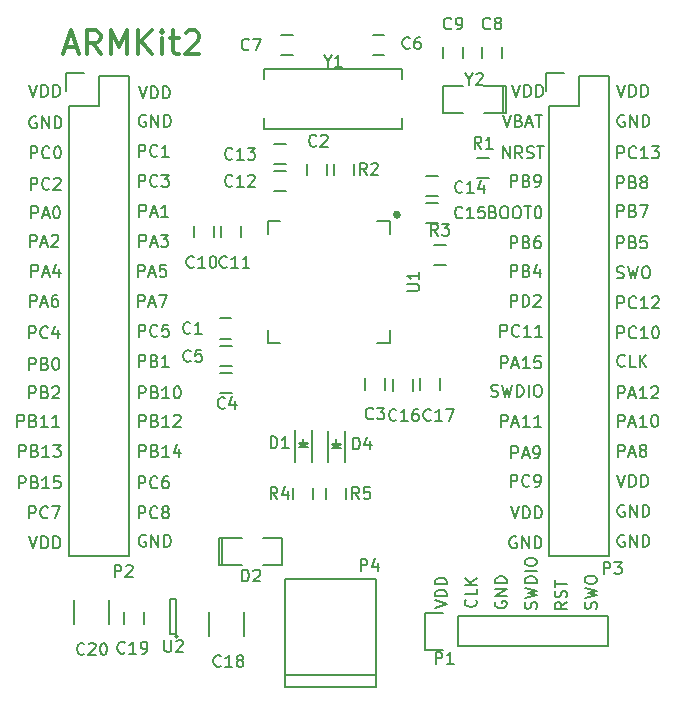
<source format=gbr>
G04 #@! TF.FileFunction,Legend,Top*
%FSLAX46Y46*%
G04 Gerber Fmt 4.6, Leading zero omitted, Abs format (unit mm)*
G04 Created by KiCad (PCBNEW 4.0.0-rc1-stable) date 11/15/2015 10:10:44 PM*
%MOMM*%
G01*
G04 APERTURE LIST*
%ADD10C,0.100000*%
%ADD11C,0.203200*%
%ADD12C,0.303200*%
%ADD13C,0.350000*%
%ADD14C,0.150000*%
G04 APERTURE END LIST*
D10*
D11*
X90024858Y-90883619D02*
X90363525Y-91899619D01*
X90702191Y-90883619D01*
X91379524Y-91367429D02*
X91524667Y-91415810D01*
X91573048Y-91464190D01*
X91621429Y-91560952D01*
X91621429Y-91706095D01*
X91573048Y-91802857D01*
X91524667Y-91851238D01*
X91427905Y-91899619D01*
X91040858Y-91899619D01*
X91040858Y-90883619D01*
X91379524Y-90883619D01*
X91476286Y-90932000D01*
X91524667Y-90980381D01*
X91573048Y-91077143D01*
X91573048Y-91173905D01*
X91524667Y-91270667D01*
X91476286Y-91319048D01*
X91379524Y-91367429D01*
X91040858Y-91367429D01*
X92008477Y-91609333D02*
X92492286Y-91609333D01*
X91911715Y-91899619D02*
X92250382Y-90883619D01*
X92589048Y-91899619D01*
X92782572Y-90883619D02*
X93363143Y-90883619D01*
X93072858Y-91899619D02*
X93072858Y-90883619D01*
X97947238Y-132721047D02*
X97995619Y-132575904D01*
X97995619Y-132334000D01*
X97947238Y-132237238D01*
X97898857Y-132188857D01*
X97802095Y-132140476D01*
X97705333Y-132140476D01*
X97608571Y-132188857D01*
X97560190Y-132237238D01*
X97511810Y-132334000D01*
X97463429Y-132527523D01*
X97415048Y-132624285D01*
X97366667Y-132672666D01*
X97269905Y-132721047D01*
X97173143Y-132721047D01*
X97076381Y-132672666D01*
X97028000Y-132624285D01*
X96979619Y-132527523D01*
X96979619Y-132285619D01*
X97028000Y-132140476D01*
X96979619Y-131801809D02*
X97995619Y-131559904D01*
X97269905Y-131366381D01*
X97995619Y-131172857D01*
X96979619Y-130930952D01*
X96979619Y-130350380D02*
X96979619Y-130156857D01*
X97028000Y-130060095D01*
X97124762Y-129963333D01*
X97318286Y-129914952D01*
X97656952Y-129914952D01*
X97850476Y-129963333D01*
X97947238Y-130060095D01*
X97995619Y-130156857D01*
X97995619Y-130350380D01*
X97947238Y-130447142D01*
X97850476Y-130543904D01*
X97656952Y-130592285D01*
X97318286Y-130592285D01*
X97124762Y-130543904D01*
X97028000Y-130447142D01*
X96979619Y-130350380D01*
X95455619Y-132128381D02*
X94971810Y-132467047D01*
X95455619Y-132708952D02*
X94439619Y-132708952D01*
X94439619Y-132321905D01*
X94488000Y-132225143D01*
X94536381Y-132176762D01*
X94633143Y-132128381D01*
X94778286Y-132128381D01*
X94875048Y-132176762D01*
X94923429Y-132225143D01*
X94971810Y-132321905D01*
X94971810Y-132708952D01*
X95407238Y-131741333D02*
X95455619Y-131596190D01*
X95455619Y-131354286D01*
X95407238Y-131257524D01*
X95358857Y-131209143D01*
X95262095Y-131160762D01*
X95165333Y-131160762D01*
X95068571Y-131209143D01*
X95020190Y-131257524D01*
X94971810Y-131354286D01*
X94923429Y-131547809D01*
X94875048Y-131644571D01*
X94826667Y-131692952D01*
X94729905Y-131741333D01*
X94633143Y-131741333D01*
X94536381Y-131692952D01*
X94488000Y-131644571D01*
X94439619Y-131547809D01*
X94439619Y-131305905D01*
X94488000Y-131160762D01*
X94439619Y-130870476D02*
X94439619Y-130289905D01*
X95455619Y-130580190D02*
X94439619Y-130580190D01*
X92867238Y-132708952D02*
X92915619Y-132563809D01*
X92915619Y-132321905D01*
X92867238Y-132225143D01*
X92818857Y-132176762D01*
X92722095Y-132128381D01*
X92625333Y-132128381D01*
X92528571Y-132176762D01*
X92480190Y-132225143D01*
X92431810Y-132321905D01*
X92383429Y-132515428D01*
X92335048Y-132612190D01*
X92286667Y-132660571D01*
X92189905Y-132708952D01*
X92093143Y-132708952D01*
X91996381Y-132660571D01*
X91948000Y-132612190D01*
X91899619Y-132515428D01*
X91899619Y-132273524D01*
X91948000Y-132128381D01*
X91899619Y-131789714D02*
X92915619Y-131547809D01*
X92189905Y-131354286D01*
X92915619Y-131160762D01*
X91899619Y-130918857D01*
X92915619Y-130531809D02*
X91899619Y-130531809D01*
X91899619Y-130289904D01*
X91948000Y-130144762D01*
X92044762Y-130048000D01*
X92141524Y-129999619D01*
X92335048Y-129951238D01*
X92480190Y-129951238D01*
X92673714Y-129999619D01*
X92770476Y-130048000D01*
X92867238Y-130144762D01*
X92915619Y-130289904D01*
X92915619Y-130531809D01*
X92915619Y-129515809D02*
X91899619Y-129515809D01*
X91899619Y-128838475D02*
X91899619Y-128644952D01*
X91948000Y-128548190D01*
X92044762Y-128451428D01*
X92238286Y-128403047D01*
X92576952Y-128403047D01*
X92770476Y-128451428D01*
X92867238Y-128548190D01*
X92915619Y-128644952D01*
X92915619Y-128838475D01*
X92867238Y-128935237D01*
X92770476Y-129031999D01*
X92576952Y-129080380D01*
X92238286Y-129080380D01*
X92044762Y-129031999D01*
X91948000Y-128935237D01*
X91899619Y-128838475D01*
X89408000Y-132092095D02*
X89359619Y-132188857D01*
X89359619Y-132334000D01*
X89408000Y-132479142D01*
X89504762Y-132575904D01*
X89601524Y-132624285D01*
X89795048Y-132672666D01*
X89940190Y-132672666D01*
X90133714Y-132624285D01*
X90230476Y-132575904D01*
X90327238Y-132479142D01*
X90375619Y-132334000D01*
X90375619Y-132237238D01*
X90327238Y-132092095D01*
X90278857Y-132043714D01*
X89940190Y-132043714D01*
X89940190Y-132237238D01*
X90375619Y-131608285D02*
X89359619Y-131608285D01*
X90375619Y-131027714D01*
X89359619Y-131027714D01*
X90375619Y-130543904D02*
X89359619Y-130543904D01*
X89359619Y-130301999D01*
X89408000Y-130156857D01*
X89504762Y-130060095D01*
X89601524Y-130011714D01*
X89795048Y-129963333D01*
X89940190Y-129963333D01*
X90133714Y-130011714D01*
X90230476Y-130060095D01*
X90327238Y-130156857D01*
X90375619Y-130301999D01*
X90375619Y-130543904D01*
X87738857Y-131922762D02*
X87787238Y-131971143D01*
X87835619Y-132116286D01*
X87835619Y-132213048D01*
X87787238Y-132358190D01*
X87690476Y-132454952D01*
X87593714Y-132503333D01*
X87400190Y-132551714D01*
X87255048Y-132551714D01*
X87061524Y-132503333D01*
X86964762Y-132454952D01*
X86868000Y-132358190D01*
X86819619Y-132213048D01*
X86819619Y-132116286D01*
X86868000Y-131971143D01*
X86916381Y-131922762D01*
X87835619Y-131003524D02*
X87835619Y-131487333D01*
X86819619Y-131487333D01*
X87835619Y-130664857D02*
X86819619Y-130664857D01*
X87835619Y-130084286D02*
X87255048Y-130519714D01*
X86819619Y-130084286D02*
X87400190Y-130664857D01*
X84279619Y-132672666D02*
X85295619Y-132333999D01*
X84279619Y-131995333D01*
X85295619Y-131656666D02*
X84279619Y-131656666D01*
X84279619Y-131414761D01*
X84328000Y-131269619D01*
X84424762Y-131172857D01*
X84521524Y-131124476D01*
X84715048Y-131076095D01*
X84860190Y-131076095D01*
X85053714Y-131124476D01*
X85150476Y-131172857D01*
X85247238Y-131269619D01*
X85295619Y-131414761D01*
X85295619Y-131656666D01*
X85295619Y-130640666D02*
X84279619Y-130640666D01*
X84279619Y-130398761D01*
X84328000Y-130253619D01*
X84424762Y-130156857D01*
X84521524Y-130108476D01*
X84715048Y-130060095D01*
X84860190Y-130060095D01*
X85053714Y-130108476D01*
X85150476Y-130156857D01*
X85247238Y-130253619D01*
X85295619Y-130398761D01*
X85295619Y-130640666D01*
D12*
X53010000Y-85172000D02*
X53970000Y-85172000D01*
X52818000Y-85748000D02*
X53490000Y-83732000D01*
X54162000Y-85748000D01*
X55986000Y-85748000D02*
X55314000Y-84788000D01*
X54834000Y-85748000D02*
X54834000Y-83732000D01*
X55602000Y-83732000D01*
X55794000Y-83828000D01*
X55890000Y-83924000D01*
X55986000Y-84116000D01*
X55986000Y-84404000D01*
X55890000Y-84596000D01*
X55794000Y-84692000D01*
X55602000Y-84788000D01*
X54834000Y-84788000D01*
X56850000Y-85748000D02*
X56850000Y-83732000D01*
X57522000Y-85172000D01*
X58194000Y-83732000D01*
X58194000Y-85748000D01*
X59154000Y-85748000D02*
X59154000Y-83732000D01*
X60306000Y-85748000D02*
X59442000Y-84596000D01*
X60306000Y-83732000D02*
X59154000Y-84884000D01*
X61170000Y-85748000D02*
X61170000Y-84404000D01*
X61170000Y-83732000D02*
X61074000Y-83828000D01*
X61170000Y-83924000D01*
X61266000Y-83828000D01*
X61170000Y-83732000D01*
X61170000Y-83924000D01*
X61842000Y-84404000D02*
X62610000Y-84404000D01*
X62130000Y-83732000D02*
X62130000Y-85460000D01*
X62226000Y-85652000D01*
X62418000Y-85748000D01*
X62610000Y-85748000D01*
X63186000Y-83924000D02*
X63282000Y-83828000D01*
X63474000Y-83732000D01*
X63954000Y-83732000D01*
X64146000Y-83828000D01*
X64242000Y-83924000D01*
X64338000Y-84116000D01*
X64338000Y-84308000D01*
X64242000Y-84596000D01*
X63090000Y-85748000D01*
X64338000Y-85748000D01*
D11*
X90690096Y-122379619D02*
X90690096Y-121363619D01*
X91077143Y-121363619D01*
X91173905Y-121412000D01*
X91222286Y-121460381D01*
X91270667Y-121557143D01*
X91270667Y-121702286D01*
X91222286Y-121799048D01*
X91173905Y-121847429D01*
X91077143Y-121895810D01*
X90690096Y-121895810D01*
X92286667Y-122282857D02*
X92238286Y-122331238D01*
X92093143Y-122379619D01*
X91996381Y-122379619D01*
X91851239Y-122331238D01*
X91754477Y-122234476D01*
X91706096Y-122137714D01*
X91657715Y-121944190D01*
X91657715Y-121799048D01*
X91706096Y-121605524D01*
X91754477Y-121508762D01*
X91851239Y-121412000D01*
X91996381Y-121363619D01*
X92093143Y-121363619D01*
X92238286Y-121412000D01*
X92286667Y-121460381D01*
X92770477Y-122379619D02*
X92964001Y-122379619D01*
X93060762Y-122331238D01*
X93109143Y-122282857D01*
X93205905Y-122137714D01*
X93254286Y-121944190D01*
X93254286Y-121557143D01*
X93205905Y-121460381D01*
X93157524Y-121412000D01*
X93060762Y-121363619D01*
X92867239Y-121363619D01*
X92770477Y-121412000D01*
X92722096Y-121460381D01*
X92673715Y-121557143D01*
X92673715Y-121799048D01*
X92722096Y-121895810D01*
X92770477Y-121944190D01*
X92867239Y-121992571D01*
X93060762Y-121992571D01*
X93157524Y-121944190D01*
X93205905Y-121895810D01*
X93254286Y-121799048D01*
X90720334Y-124030619D02*
X91059001Y-125046619D01*
X91397667Y-124030619D01*
X91736334Y-125046619D02*
X91736334Y-124030619D01*
X91978239Y-124030619D01*
X92123381Y-124079000D01*
X92220143Y-124175762D01*
X92268524Y-124272524D01*
X92316905Y-124466048D01*
X92316905Y-124611190D01*
X92268524Y-124804714D01*
X92220143Y-124901476D01*
X92123381Y-124998238D01*
X91978239Y-125046619D01*
X91736334Y-125046619D01*
X92752334Y-125046619D02*
X92752334Y-124030619D01*
X92994239Y-124030619D01*
X93139381Y-124079000D01*
X93236143Y-124175762D01*
X93284524Y-124272524D01*
X93332905Y-124466048D01*
X93332905Y-124611190D01*
X93284524Y-124804714D01*
X93236143Y-124901476D01*
X93139381Y-124998238D01*
X92994239Y-125046619D01*
X92752334Y-125046619D01*
X91173905Y-126619000D02*
X91077143Y-126570619D01*
X90932000Y-126570619D01*
X90786858Y-126619000D01*
X90690096Y-126715762D01*
X90641715Y-126812524D01*
X90593334Y-127006048D01*
X90593334Y-127151190D01*
X90641715Y-127344714D01*
X90690096Y-127441476D01*
X90786858Y-127538238D01*
X90932000Y-127586619D01*
X91028762Y-127586619D01*
X91173905Y-127538238D01*
X91222286Y-127489857D01*
X91222286Y-127151190D01*
X91028762Y-127151190D01*
X91657715Y-127586619D02*
X91657715Y-126570619D01*
X92238286Y-127586619D01*
X92238286Y-126570619D01*
X92722096Y-127586619D02*
X92722096Y-126570619D01*
X92964001Y-126570619D01*
X93109143Y-126619000D01*
X93205905Y-126715762D01*
X93254286Y-126812524D01*
X93302667Y-127006048D01*
X93302667Y-127151190D01*
X93254286Y-127344714D01*
X93205905Y-127441476D01*
X93109143Y-127538238D01*
X92964001Y-127586619D01*
X92722096Y-127586619D01*
X100317905Y-126492000D02*
X100221143Y-126443619D01*
X100076000Y-126443619D01*
X99930858Y-126492000D01*
X99834096Y-126588762D01*
X99785715Y-126685524D01*
X99737334Y-126879048D01*
X99737334Y-127024190D01*
X99785715Y-127217714D01*
X99834096Y-127314476D01*
X99930858Y-127411238D01*
X100076000Y-127459619D01*
X100172762Y-127459619D01*
X100317905Y-127411238D01*
X100366286Y-127362857D01*
X100366286Y-127024190D01*
X100172762Y-127024190D01*
X100801715Y-127459619D02*
X100801715Y-126443619D01*
X101382286Y-127459619D01*
X101382286Y-126443619D01*
X101866096Y-127459619D02*
X101866096Y-126443619D01*
X102108001Y-126443619D01*
X102253143Y-126492000D01*
X102349905Y-126588762D01*
X102398286Y-126685524D01*
X102446667Y-126879048D01*
X102446667Y-127024190D01*
X102398286Y-127217714D01*
X102349905Y-127314476D01*
X102253143Y-127411238D01*
X102108001Y-127459619D01*
X101866096Y-127459619D01*
X100317905Y-123952000D02*
X100221143Y-123903619D01*
X100076000Y-123903619D01*
X99930858Y-123952000D01*
X99834096Y-124048762D01*
X99785715Y-124145524D01*
X99737334Y-124339048D01*
X99737334Y-124484190D01*
X99785715Y-124677714D01*
X99834096Y-124774476D01*
X99930858Y-124871238D01*
X100076000Y-124919619D01*
X100172762Y-124919619D01*
X100317905Y-124871238D01*
X100366286Y-124822857D01*
X100366286Y-124484190D01*
X100172762Y-124484190D01*
X100801715Y-124919619D02*
X100801715Y-123903619D01*
X101382286Y-124919619D01*
X101382286Y-123903619D01*
X101866096Y-124919619D02*
X101866096Y-123903619D01*
X102108001Y-123903619D01*
X102253143Y-123952000D01*
X102349905Y-124048762D01*
X102398286Y-124145524D01*
X102446667Y-124339048D01*
X102446667Y-124484190D01*
X102398286Y-124677714D01*
X102349905Y-124774476D01*
X102253143Y-124871238D01*
X102108001Y-124919619D01*
X101866096Y-124919619D01*
X99737334Y-121363619D02*
X100076001Y-122379619D01*
X100414667Y-121363619D01*
X100753334Y-122379619D02*
X100753334Y-121363619D01*
X100995239Y-121363619D01*
X101140381Y-121412000D01*
X101237143Y-121508762D01*
X101285524Y-121605524D01*
X101333905Y-121799048D01*
X101333905Y-121944190D01*
X101285524Y-122137714D01*
X101237143Y-122234476D01*
X101140381Y-122331238D01*
X100995239Y-122379619D01*
X100753334Y-122379619D01*
X101769334Y-122379619D02*
X101769334Y-121363619D01*
X102011239Y-121363619D01*
X102156381Y-121412000D01*
X102253143Y-121508762D01*
X102301524Y-121605524D01*
X102349905Y-121799048D01*
X102349905Y-121944190D01*
X102301524Y-122137714D01*
X102253143Y-122234476D01*
X102156381Y-122331238D01*
X102011239Y-122379619D01*
X101769334Y-122379619D01*
X90762667Y-119966619D02*
X90762667Y-118950619D01*
X91149714Y-118950619D01*
X91246476Y-118999000D01*
X91294857Y-119047381D01*
X91343238Y-119144143D01*
X91343238Y-119289286D01*
X91294857Y-119386048D01*
X91246476Y-119434429D01*
X91149714Y-119482810D01*
X90762667Y-119482810D01*
X91730286Y-119676333D02*
X92214095Y-119676333D01*
X91633524Y-119966619D02*
X91972191Y-118950619D01*
X92310857Y-119966619D01*
X92697905Y-119966619D02*
X92891429Y-119966619D01*
X92988190Y-119918238D01*
X93036571Y-119869857D01*
X93133333Y-119724714D01*
X93181714Y-119531190D01*
X93181714Y-119144143D01*
X93133333Y-119047381D01*
X93084952Y-118999000D01*
X92988190Y-118950619D01*
X92794667Y-118950619D01*
X92697905Y-118999000D01*
X92649524Y-119047381D01*
X92601143Y-119144143D01*
X92601143Y-119386048D01*
X92649524Y-119482810D01*
X92697905Y-119531190D01*
X92794667Y-119579571D01*
X92988190Y-119579571D01*
X93084952Y-119531190D01*
X93133333Y-119482810D01*
X93181714Y-119386048D01*
X99779667Y-119839619D02*
X99779667Y-118823619D01*
X100166714Y-118823619D01*
X100263476Y-118872000D01*
X100311857Y-118920381D01*
X100360238Y-119017143D01*
X100360238Y-119162286D01*
X100311857Y-119259048D01*
X100263476Y-119307429D01*
X100166714Y-119355810D01*
X99779667Y-119355810D01*
X100747286Y-119549333D02*
X101231095Y-119549333D01*
X100650524Y-119839619D02*
X100989191Y-118823619D01*
X101327857Y-119839619D01*
X101811667Y-119259048D02*
X101714905Y-119210667D01*
X101666524Y-119162286D01*
X101618143Y-119065524D01*
X101618143Y-119017143D01*
X101666524Y-118920381D01*
X101714905Y-118872000D01*
X101811667Y-118823619D01*
X102005190Y-118823619D01*
X102101952Y-118872000D01*
X102150333Y-118920381D01*
X102198714Y-119017143D01*
X102198714Y-119065524D01*
X102150333Y-119162286D01*
X102101952Y-119210667D01*
X102005190Y-119259048D01*
X101811667Y-119259048D01*
X101714905Y-119307429D01*
X101666524Y-119355810D01*
X101618143Y-119452571D01*
X101618143Y-119646095D01*
X101666524Y-119742857D01*
X101714905Y-119791238D01*
X101811667Y-119839619D01*
X102005190Y-119839619D01*
X102101952Y-119791238D01*
X102150333Y-119742857D01*
X102198714Y-119646095D01*
X102198714Y-119452571D01*
X102150333Y-119355810D01*
X102101952Y-119307429D01*
X102005190Y-119259048D01*
X89897858Y-117299619D02*
X89897858Y-116283619D01*
X90284905Y-116283619D01*
X90381667Y-116332000D01*
X90430048Y-116380381D01*
X90478429Y-116477143D01*
X90478429Y-116622286D01*
X90430048Y-116719048D01*
X90381667Y-116767429D01*
X90284905Y-116815810D01*
X89897858Y-116815810D01*
X90865477Y-117009333D02*
X91349286Y-117009333D01*
X90768715Y-117299619D02*
X91107382Y-116283619D01*
X91446048Y-117299619D01*
X92316905Y-117299619D02*
X91736334Y-117299619D01*
X92026620Y-117299619D02*
X92026620Y-116283619D01*
X91929858Y-116428762D01*
X91833096Y-116525524D01*
X91736334Y-116573905D01*
X93284524Y-117299619D02*
X92703953Y-117299619D01*
X92994239Y-117299619D02*
X92994239Y-116283619D01*
X92897477Y-116428762D01*
X92800715Y-116525524D01*
X92703953Y-116573905D01*
X99803858Y-117299619D02*
X99803858Y-116283619D01*
X100190905Y-116283619D01*
X100287667Y-116332000D01*
X100336048Y-116380381D01*
X100384429Y-116477143D01*
X100384429Y-116622286D01*
X100336048Y-116719048D01*
X100287667Y-116767429D01*
X100190905Y-116815810D01*
X99803858Y-116815810D01*
X100771477Y-117009333D02*
X101255286Y-117009333D01*
X100674715Y-117299619D02*
X101013382Y-116283619D01*
X101352048Y-117299619D01*
X102222905Y-117299619D02*
X101642334Y-117299619D01*
X101932620Y-117299619D02*
X101932620Y-116283619D01*
X101835858Y-116428762D01*
X101739096Y-116525524D01*
X101642334Y-116573905D01*
X102851858Y-116283619D02*
X102948619Y-116283619D01*
X103045381Y-116332000D01*
X103093762Y-116380381D01*
X103142143Y-116477143D01*
X103190524Y-116670667D01*
X103190524Y-116912571D01*
X103142143Y-117106095D01*
X103093762Y-117202857D01*
X103045381Y-117251238D01*
X102948619Y-117299619D01*
X102851858Y-117299619D01*
X102755096Y-117251238D01*
X102706715Y-117202857D01*
X102658334Y-117106095D01*
X102609953Y-116912571D01*
X102609953Y-116670667D01*
X102658334Y-116477143D01*
X102706715Y-116380381D01*
X102755096Y-116332000D01*
X102851858Y-116283619D01*
X99803858Y-114886619D02*
X99803858Y-113870619D01*
X100190905Y-113870619D01*
X100287667Y-113919000D01*
X100336048Y-113967381D01*
X100384429Y-114064143D01*
X100384429Y-114209286D01*
X100336048Y-114306048D01*
X100287667Y-114354429D01*
X100190905Y-114402810D01*
X99803858Y-114402810D01*
X100771477Y-114596333D02*
X101255286Y-114596333D01*
X100674715Y-114886619D02*
X101013382Y-113870619D01*
X101352048Y-114886619D01*
X102222905Y-114886619D02*
X101642334Y-114886619D01*
X101932620Y-114886619D02*
X101932620Y-113870619D01*
X101835858Y-114015762D01*
X101739096Y-114112524D01*
X101642334Y-114160905D01*
X102609953Y-113967381D02*
X102658334Y-113919000D01*
X102755096Y-113870619D01*
X102997000Y-113870619D01*
X103093762Y-113919000D01*
X103142143Y-113967381D01*
X103190524Y-114064143D01*
X103190524Y-114160905D01*
X103142143Y-114306048D01*
X102561572Y-114886619D01*
X103190524Y-114886619D01*
X89033048Y-114711238D02*
X89178191Y-114759619D01*
X89420095Y-114759619D01*
X89516857Y-114711238D01*
X89565238Y-114662857D01*
X89613619Y-114566095D01*
X89613619Y-114469333D01*
X89565238Y-114372571D01*
X89516857Y-114324190D01*
X89420095Y-114275810D01*
X89226572Y-114227429D01*
X89129810Y-114179048D01*
X89081429Y-114130667D01*
X89033048Y-114033905D01*
X89033048Y-113937143D01*
X89081429Y-113840381D01*
X89129810Y-113792000D01*
X89226572Y-113743619D01*
X89468476Y-113743619D01*
X89613619Y-113792000D01*
X89952286Y-113743619D02*
X90194191Y-114759619D01*
X90387714Y-114033905D01*
X90581238Y-114759619D01*
X90823143Y-113743619D01*
X91210191Y-114759619D02*
X91210191Y-113743619D01*
X91452096Y-113743619D01*
X91597238Y-113792000D01*
X91694000Y-113888762D01*
X91742381Y-113985524D01*
X91790762Y-114179048D01*
X91790762Y-114324190D01*
X91742381Y-114517714D01*
X91694000Y-114614476D01*
X91597238Y-114711238D01*
X91452096Y-114759619D01*
X91210191Y-114759619D01*
X92226191Y-114759619D02*
X92226191Y-113743619D01*
X92903525Y-113743619D02*
X93097048Y-113743619D01*
X93193810Y-113792000D01*
X93290572Y-113888762D01*
X93338953Y-114082286D01*
X93338953Y-114420952D01*
X93290572Y-114614476D01*
X93193810Y-114711238D01*
X93097048Y-114759619D01*
X92903525Y-114759619D01*
X92806763Y-114711238D01*
X92710001Y-114614476D01*
X92661620Y-114420952D01*
X92661620Y-114082286D01*
X92710001Y-113888762D01*
X92806763Y-113792000D01*
X92903525Y-113743619D01*
X89897858Y-112346619D02*
X89897858Y-111330619D01*
X90284905Y-111330619D01*
X90381667Y-111379000D01*
X90430048Y-111427381D01*
X90478429Y-111524143D01*
X90478429Y-111669286D01*
X90430048Y-111766048D01*
X90381667Y-111814429D01*
X90284905Y-111862810D01*
X89897858Y-111862810D01*
X90865477Y-112056333D02*
X91349286Y-112056333D01*
X90768715Y-112346619D02*
X91107382Y-111330619D01*
X91446048Y-112346619D01*
X92316905Y-112346619D02*
X91736334Y-112346619D01*
X92026620Y-112346619D02*
X92026620Y-111330619D01*
X91929858Y-111475762D01*
X91833096Y-111572524D01*
X91736334Y-111620905D01*
X93236143Y-111330619D02*
X92752334Y-111330619D01*
X92703953Y-111814429D01*
X92752334Y-111766048D01*
X92849096Y-111717667D01*
X93091000Y-111717667D01*
X93187762Y-111766048D01*
X93236143Y-111814429D01*
X93284524Y-111911190D01*
X93284524Y-112153095D01*
X93236143Y-112249857D01*
X93187762Y-112298238D01*
X93091000Y-112346619D01*
X92849096Y-112346619D01*
X92752334Y-112298238D01*
X92703953Y-112249857D01*
X89825286Y-109679619D02*
X89825286Y-108663619D01*
X90212333Y-108663619D01*
X90309095Y-108712000D01*
X90357476Y-108760381D01*
X90405857Y-108857143D01*
X90405857Y-109002286D01*
X90357476Y-109099048D01*
X90309095Y-109147429D01*
X90212333Y-109195810D01*
X89825286Y-109195810D01*
X91421857Y-109582857D02*
X91373476Y-109631238D01*
X91228333Y-109679619D01*
X91131571Y-109679619D01*
X90986429Y-109631238D01*
X90889667Y-109534476D01*
X90841286Y-109437714D01*
X90792905Y-109244190D01*
X90792905Y-109099048D01*
X90841286Y-108905524D01*
X90889667Y-108808762D01*
X90986429Y-108712000D01*
X91131571Y-108663619D01*
X91228333Y-108663619D01*
X91373476Y-108712000D01*
X91421857Y-108760381D01*
X92389476Y-109679619D02*
X91808905Y-109679619D01*
X92099191Y-109679619D02*
X92099191Y-108663619D01*
X92002429Y-108808762D01*
X91905667Y-108905524D01*
X91808905Y-108953905D01*
X93357095Y-109679619D02*
X92776524Y-109679619D01*
X93066810Y-109679619D02*
X93066810Y-108663619D01*
X92970048Y-108808762D01*
X92873286Y-108905524D01*
X92776524Y-108953905D01*
X100360238Y-112122857D02*
X100311857Y-112171238D01*
X100166714Y-112219619D01*
X100069952Y-112219619D01*
X99924810Y-112171238D01*
X99828048Y-112074476D01*
X99779667Y-111977714D01*
X99731286Y-111784190D01*
X99731286Y-111639048D01*
X99779667Y-111445524D01*
X99828048Y-111348762D01*
X99924810Y-111252000D01*
X100069952Y-111203619D01*
X100166714Y-111203619D01*
X100311857Y-111252000D01*
X100360238Y-111300381D01*
X101279476Y-112219619D02*
X100795667Y-112219619D01*
X100795667Y-111203619D01*
X101618143Y-112219619D02*
X101618143Y-111203619D01*
X102198714Y-112219619D02*
X101763286Y-111639048D01*
X102198714Y-111203619D02*
X101618143Y-111784190D01*
X90690096Y-107139619D02*
X90690096Y-106123619D01*
X91077143Y-106123619D01*
X91173905Y-106172000D01*
X91222286Y-106220381D01*
X91270667Y-106317143D01*
X91270667Y-106462286D01*
X91222286Y-106559048D01*
X91173905Y-106607429D01*
X91077143Y-106655810D01*
X90690096Y-106655810D01*
X91706096Y-107139619D02*
X91706096Y-106123619D01*
X91948001Y-106123619D01*
X92093143Y-106172000D01*
X92189905Y-106268762D01*
X92238286Y-106365524D01*
X92286667Y-106559048D01*
X92286667Y-106704190D01*
X92238286Y-106897714D01*
X92189905Y-106994476D01*
X92093143Y-107091238D01*
X91948001Y-107139619D01*
X91706096Y-107139619D01*
X92673715Y-106220381D02*
X92722096Y-106172000D01*
X92818858Y-106123619D01*
X93060762Y-106123619D01*
X93157524Y-106172000D01*
X93205905Y-106220381D01*
X93254286Y-106317143D01*
X93254286Y-106413905D01*
X93205905Y-106559048D01*
X92625334Y-107139619D01*
X93254286Y-107139619D01*
X90690096Y-104599619D02*
X90690096Y-103583619D01*
X91077143Y-103583619D01*
X91173905Y-103632000D01*
X91222286Y-103680381D01*
X91270667Y-103777143D01*
X91270667Y-103922286D01*
X91222286Y-104019048D01*
X91173905Y-104067429D01*
X91077143Y-104115810D01*
X90690096Y-104115810D01*
X92044762Y-104067429D02*
X92189905Y-104115810D01*
X92238286Y-104164190D01*
X92286667Y-104260952D01*
X92286667Y-104406095D01*
X92238286Y-104502857D01*
X92189905Y-104551238D01*
X92093143Y-104599619D01*
X91706096Y-104599619D01*
X91706096Y-103583619D01*
X92044762Y-103583619D01*
X92141524Y-103632000D01*
X92189905Y-103680381D01*
X92238286Y-103777143D01*
X92238286Y-103873905D01*
X92189905Y-103970667D01*
X92141524Y-104019048D01*
X92044762Y-104067429D01*
X91706096Y-104067429D01*
X93157524Y-103922286D02*
X93157524Y-104599619D01*
X92915620Y-103535238D02*
X92673715Y-104260952D01*
X93302667Y-104260952D01*
X90690096Y-102186619D02*
X90690096Y-101170619D01*
X91077143Y-101170619D01*
X91173905Y-101219000D01*
X91222286Y-101267381D01*
X91270667Y-101364143D01*
X91270667Y-101509286D01*
X91222286Y-101606048D01*
X91173905Y-101654429D01*
X91077143Y-101702810D01*
X90690096Y-101702810D01*
X92044762Y-101654429D02*
X92189905Y-101702810D01*
X92238286Y-101751190D01*
X92286667Y-101847952D01*
X92286667Y-101993095D01*
X92238286Y-102089857D01*
X92189905Y-102138238D01*
X92093143Y-102186619D01*
X91706096Y-102186619D01*
X91706096Y-101170619D01*
X92044762Y-101170619D01*
X92141524Y-101219000D01*
X92189905Y-101267381D01*
X92238286Y-101364143D01*
X92238286Y-101460905D01*
X92189905Y-101557667D01*
X92141524Y-101606048D01*
X92044762Y-101654429D01*
X91706096Y-101654429D01*
X93157524Y-101170619D02*
X92964001Y-101170619D01*
X92867239Y-101219000D01*
X92818858Y-101267381D01*
X92722096Y-101412524D01*
X92673715Y-101606048D01*
X92673715Y-101993095D01*
X92722096Y-102089857D01*
X92770477Y-102138238D01*
X92867239Y-102186619D01*
X93060762Y-102186619D01*
X93157524Y-102138238D01*
X93205905Y-102089857D01*
X93254286Y-101993095D01*
X93254286Y-101751190D01*
X93205905Y-101654429D01*
X93157524Y-101606048D01*
X93060762Y-101557667D01*
X92867239Y-101557667D01*
X92770477Y-101606048D01*
X92722096Y-101654429D01*
X92673715Y-101751190D01*
X99731286Y-109806619D02*
X99731286Y-108790619D01*
X100118333Y-108790619D01*
X100215095Y-108839000D01*
X100263476Y-108887381D01*
X100311857Y-108984143D01*
X100311857Y-109129286D01*
X100263476Y-109226048D01*
X100215095Y-109274429D01*
X100118333Y-109322810D01*
X99731286Y-109322810D01*
X101327857Y-109709857D02*
X101279476Y-109758238D01*
X101134333Y-109806619D01*
X101037571Y-109806619D01*
X100892429Y-109758238D01*
X100795667Y-109661476D01*
X100747286Y-109564714D01*
X100698905Y-109371190D01*
X100698905Y-109226048D01*
X100747286Y-109032524D01*
X100795667Y-108935762D01*
X100892429Y-108839000D01*
X101037571Y-108790619D01*
X101134333Y-108790619D01*
X101279476Y-108839000D01*
X101327857Y-108887381D01*
X102295476Y-109806619D02*
X101714905Y-109806619D01*
X102005191Y-109806619D02*
X102005191Y-108790619D01*
X101908429Y-108935762D01*
X101811667Y-109032524D01*
X101714905Y-109080905D01*
X102924429Y-108790619D02*
X103021190Y-108790619D01*
X103117952Y-108839000D01*
X103166333Y-108887381D01*
X103214714Y-108984143D01*
X103263095Y-109177667D01*
X103263095Y-109419571D01*
X103214714Y-109613095D01*
X103166333Y-109709857D01*
X103117952Y-109758238D01*
X103021190Y-109806619D01*
X102924429Y-109806619D01*
X102827667Y-109758238D01*
X102779286Y-109709857D01*
X102730905Y-109613095D01*
X102682524Y-109419571D01*
X102682524Y-109177667D01*
X102730905Y-108984143D01*
X102779286Y-108887381D01*
X102827667Y-108839000D01*
X102924429Y-108790619D01*
X99731286Y-107266619D02*
X99731286Y-106250619D01*
X100118333Y-106250619D01*
X100215095Y-106299000D01*
X100263476Y-106347381D01*
X100311857Y-106444143D01*
X100311857Y-106589286D01*
X100263476Y-106686048D01*
X100215095Y-106734429D01*
X100118333Y-106782810D01*
X99731286Y-106782810D01*
X101327857Y-107169857D02*
X101279476Y-107218238D01*
X101134333Y-107266619D01*
X101037571Y-107266619D01*
X100892429Y-107218238D01*
X100795667Y-107121476D01*
X100747286Y-107024714D01*
X100698905Y-106831190D01*
X100698905Y-106686048D01*
X100747286Y-106492524D01*
X100795667Y-106395762D01*
X100892429Y-106299000D01*
X101037571Y-106250619D01*
X101134333Y-106250619D01*
X101279476Y-106299000D01*
X101327857Y-106347381D01*
X102295476Y-107266619D02*
X101714905Y-107266619D01*
X102005191Y-107266619D02*
X102005191Y-106250619D01*
X101908429Y-106395762D01*
X101811667Y-106492524D01*
X101714905Y-106540905D01*
X102682524Y-106347381D02*
X102730905Y-106299000D01*
X102827667Y-106250619D01*
X103069571Y-106250619D01*
X103166333Y-106299000D01*
X103214714Y-106347381D01*
X103263095Y-106444143D01*
X103263095Y-106540905D01*
X103214714Y-106686048D01*
X102634143Y-107266619D01*
X103263095Y-107266619D01*
X99688953Y-104678238D02*
X99834096Y-104726619D01*
X100076000Y-104726619D01*
X100172762Y-104678238D01*
X100221143Y-104629857D01*
X100269524Y-104533095D01*
X100269524Y-104436333D01*
X100221143Y-104339571D01*
X100172762Y-104291190D01*
X100076000Y-104242810D01*
X99882477Y-104194429D01*
X99785715Y-104146048D01*
X99737334Y-104097667D01*
X99688953Y-104000905D01*
X99688953Y-103904143D01*
X99737334Y-103807381D01*
X99785715Y-103759000D01*
X99882477Y-103710619D01*
X100124381Y-103710619D01*
X100269524Y-103759000D01*
X100608191Y-103710619D02*
X100850096Y-104726619D01*
X101043619Y-104000905D01*
X101237143Y-104726619D01*
X101479048Y-103710619D01*
X102059620Y-103710619D02*
X102253143Y-103710619D01*
X102349905Y-103759000D01*
X102446667Y-103855762D01*
X102495048Y-104049286D01*
X102495048Y-104387952D01*
X102446667Y-104581476D01*
X102349905Y-104678238D01*
X102253143Y-104726619D01*
X102059620Y-104726619D01*
X101962858Y-104678238D01*
X101866096Y-104581476D01*
X101817715Y-104387952D01*
X101817715Y-104049286D01*
X101866096Y-103855762D01*
X101962858Y-103759000D01*
X102059620Y-103710619D01*
X99707096Y-102186619D02*
X99707096Y-101170619D01*
X100094143Y-101170619D01*
X100190905Y-101219000D01*
X100239286Y-101267381D01*
X100287667Y-101364143D01*
X100287667Y-101509286D01*
X100239286Y-101606048D01*
X100190905Y-101654429D01*
X100094143Y-101702810D01*
X99707096Y-101702810D01*
X101061762Y-101654429D02*
X101206905Y-101702810D01*
X101255286Y-101751190D01*
X101303667Y-101847952D01*
X101303667Y-101993095D01*
X101255286Y-102089857D01*
X101206905Y-102138238D01*
X101110143Y-102186619D01*
X100723096Y-102186619D01*
X100723096Y-101170619D01*
X101061762Y-101170619D01*
X101158524Y-101219000D01*
X101206905Y-101267381D01*
X101255286Y-101364143D01*
X101255286Y-101460905D01*
X101206905Y-101557667D01*
X101158524Y-101606048D01*
X101061762Y-101654429D01*
X100723096Y-101654429D01*
X102222905Y-101170619D02*
X101739096Y-101170619D01*
X101690715Y-101654429D01*
X101739096Y-101606048D01*
X101835858Y-101557667D01*
X102077762Y-101557667D01*
X102174524Y-101606048D01*
X102222905Y-101654429D01*
X102271286Y-101751190D01*
X102271286Y-101993095D01*
X102222905Y-102089857D01*
X102174524Y-102138238D01*
X102077762Y-102186619D01*
X101835858Y-102186619D01*
X101739096Y-102138238D01*
X101690715Y-102089857D01*
X89196333Y-99114429D02*
X89341476Y-99162810D01*
X89389857Y-99211190D01*
X89438238Y-99307952D01*
X89438238Y-99453095D01*
X89389857Y-99549857D01*
X89341476Y-99598238D01*
X89244714Y-99646619D01*
X88857667Y-99646619D01*
X88857667Y-98630619D01*
X89196333Y-98630619D01*
X89293095Y-98679000D01*
X89341476Y-98727381D01*
X89389857Y-98824143D01*
X89389857Y-98920905D01*
X89341476Y-99017667D01*
X89293095Y-99066048D01*
X89196333Y-99114429D01*
X88857667Y-99114429D01*
X90067191Y-98630619D02*
X90260714Y-98630619D01*
X90357476Y-98679000D01*
X90454238Y-98775762D01*
X90502619Y-98969286D01*
X90502619Y-99307952D01*
X90454238Y-99501476D01*
X90357476Y-99598238D01*
X90260714Y-99646619D01*
X90067191Y-99646619D01*
X89970429Y-99598238D01*
X89873667Y-99501476D01*
X89825286Y-99307952D01*
X89825286Y-98969286D01*
X89873667Y-98775762D01*
X89970429Y-98679000D01*
X90067191Y-98630619D01*
X91131572Y-98630619D02*
X91325095Y-98630619D01*
X91421857Y-98679000D01*
X91518619Y-98775762D01*
X91567000Y-98969286D01*
X91567000Y-99307952D01*
X91518619Y-99501476D01*
X91421857Y-99598238D01*
X91325095Y-99646619D01*
X91131572Y-99646619D01*
X91034810Y-99598238D01*
X90938048Y-99501476D01*
X90889667Y-99307952D01*
X90889667Y-98969286D01*
X90938048Y-98775762D01*
X91034810Y-98679000D01*
X91131572Y-98630619D01*
X91857286Y-98630619D02*
X92437857Y-98630619D01*
X92147572Y-99646619D02*
X92147572Y-98630619D01*
X92970048Y-98630619D02*
X93066809Y-98630619D01*
X93163571Y-98679000D01*
X93211952Y-98727381D01*
X93260333Y-98824143D01*
X93308714Y-99017667D01*
X93308714Y-99259571D01*
X93260333Y-99453095D01*
X93211952Y-99549857D01*
X93163571Y-99598238D01*
X93066809Y-99646619D01*
X92970048Y-99646619D01*
X92873286Y-99598238D01*
X92824905Y-99549857D01*
X92776524Y-99453095D01*
X92728143Y-99259571D01*
X92728143Y-99017667D01*
X92776524Y-98824143D01*
X92824905Y-98727381D01*
X92873286Y-98679000D01*
X92970048Y-98630619D01*
X99707096Y-99519619D02*
X99707096Y-98503619D01*
X100094143Y-98503619D01*
X100190905Y-98552000D01*
X100239286Y-98600381D01*
X100287667Y-98697143D01*
X100287667Y-98842286D01*
X100239286Y-98939048D01*
X100190905Y-98987429D01*
X100094143Y-99035810D01*
X99707096Y-99035810D01*
X101061762Y-98987429D02*
X101206905Y-99035810D01*
X101255286Y-99084190D01*
X101303667Y-99180952D01*
X101303667Y-99326095D01*
X101255286Y-99422857D01*
X101206905Y-99471238D01*
X101110143Y-99519619D01*
X100723096Y-99519619D01*
X100723096Y-98503619D01*
X101061762Y-98503619D01*
X101158524Y-98552000D01*
X101206905Y-98600381D01*
X101255286Y-98697143D01*
X101255286Y-98793905D01*
X101206905Y-98890667D01*
X101158524Y-98939048D01*
X101061762Y-98987429D01*
X100723096Y-98987429D01*
X101642334Y-98503619D02*
X102319667Y-98503619D01*
X101884239Y-99519619D01*
X90690096Y-96979619D02*
X90690096Y-95963619D01*
X91077143Y-95963619D01*
X91173905Y-96012000D01*
X91222286Y-96060381D01*
X91270667Y-96157143D01*
X91270667Y-96302286D01*
X91222286Y-96399048D01*
X91173905Y-96447429D01*
X91077143Y-96495810D01*
X90690096Y-96495810D01*
X92044762Y-96447429D02*
X92189905Y-96495810D01*
X92238286Y-96544190D01*
X92286667Y-96640952D01*
X92286667Y-96786095D01*
X92238286Y-96882857D01*
X92189905Y-96931238D01*
X92093143Y-96979619D01*
X91706096Y-96979619D01*
X91706096Y-95963619D01*
X92044762Y-95963619D01*
X92141524Y-96012000D01*
X92189905Y-96060381D01*
X92238286Y-96157143D01*
X92238286Y-96253905D01*
X92189905Y-96350667D01*
X92141524Y-96399048D01*
X92044762Y-96447429D01*
X91706096Y-96447429D01*
X92770477Y-96979619D02*
X92964001Y-96979619D01*
X93060762Y-96931238D01*
X93109143Y-96882857D01*
X93205905Y-96737714D01*
X93254286Y-96544190D01*
X93254286Y-96157143D01*
X93205905Y-96060381D01*
X93157524Y-96012000D01*
X93060762Y-95963619D01*
X92867239Y-95963619D01*
X92770477Y-96012000D01*
X92722096Y-96060381D01*
X92673715Y-96157143D01*
X92673715Y-96399048D01*
X92722096Y-96495810D01*
X92770477Y-96544190D01*
X92867239Y-96592571D01*
X93060762Y-96592571D01*
X93157524Y-96544190D01*
X93205905Y-96495810D01*
X93254286Y-96399048D01*
X90024858Y-94566619D02*
X90024858Y-93550619D01*
X90605429Y-94566619D01*
X90605429Y-93550619D01*
X91669810Y-94566619D02*
X91331144Y-94082810D01*
X91089239Y-94566619D02*
X91089239Y-93550619D01*
X91476286Y-93550619D01*
X91573048Y-93599000D01*
X91621429Y-93647381D01*
X91669810Y-93744143D01*
X91669810Y-93889286D01*
X91621429Y-93986048D01*
X91573048Y-94034429D01*
X91476286Y-94082810D01*
X91089239Y-94082810D01*
X92056858Y-94518238D02*
X92202001Y-94566619D01*
X92443905Y-94566619D01*
X92540667Y-94518238D01*
X92589048Y-94469857D01*
X92637429Y-94373095D01*
X92637429Y-94276333D01*
X92589048Y-94179571D01*
X92540667Y-94131190D01*
X92443905Y-94082810D01*
X92250382Y-94034429D01*
X92153620Y-93986048D01*
X92105239Y-93937667D01*
X92056858Y-93840905D01*
X92056858Y-93744143D01*
X92105239Y-93647381D01*
X92153620Y-93599000D01*
X92250382Y-93550619D01*
X92492286Y-93550619D01*
X92637429Y-93599000D01*
X92927715Y-93550619D02*
X93508286Y-93550619D01*
X93218001Y-94566619D02*
X93218001Y-93550619D01*
X99707096Y-97106619D02*
X99707096Y-96090619D01*
X100094143Y-96090619D01*
X100190905Y-96139000D01*
X100239286Y-96187381D01*
X100287667Y-96284143D01*
X100287667Y-96429286D01*
X100239286Y-96526048D01*
X100190905Y-96574429D01*
X100094143Y-96622810D01*
X99707096Y-96622810D01*
X101061762Y-96574429D02*
X101206905Y-96622810D01*
X101255286Y-96671190D01*
X101303667Y-96767952D01*
X101303667Y-96913095D01*
X101255286Y-97009857D01*
X101206905Y-97058238D01*
X101110143Y-97106619D01*
X100723096Y-97106619D01*
X100723096Y-96090619D01*
X101061762Y-96090619D01*
X101158524Y-96139000D01*
X101206905Y-96187381D01*
X101255286Y-96284143D01*
X101255286Y-96380905D01*
X101206905Y-96477667D01*
X101158524Y-96526048D01*
X101061762Y-96574429D01*
X100723096Y-96574429D01*
X101884239Y-96526048D02*
X101787477Y-96477667D01*
X101739096Y-96429286D01*
X101690715Y-96332524D01*
X101690715Y-96284143D01*
X101739096Y-96187381D01*
X101787477Y-96139000D01*
X101884239Y-96090619D01*
X102077762Y-96090619D01*
X102174524Y-96139000D01*
X102222905Y-96187381D01*
X102271286Y-96284143D01*
X102271286Y-96332524D01*
X102222905Y-96429286D01*
X102174524Y-96477667D01*
X102077762Y-96526048D01*
X101884239Y-96526048D01*
X101787477Y-96574429D01*
X101739096Y-96622810D01*
X101690715Y-96719571D01*
X101690715Y-96913095D01*
X101739096Y-97009857D01*
X101787477Y-97058238D01*
X101884239Y-97106619D01*
X102077762Y-97106619D01*
X102174524Y-97058238D01*
X102222905Y-97009857D01*
X102271286Y-96913095D01*
X102271286Y-96719571D01*
X102222905Y-96622810D01*
X102174524Y-96574429D01*
X102077762Y-96526048D01*
X99731286Y-94566619D02*
X99731286Y-93550619D01*
X100118333Y-93550619D01*
X100215095Y-93599000D01*
X100263476Y-93647381D01*
X100311857Y-93744143D01*
X100311857Y-93889286D01*
X100263476Y-93986048D01*
X100215095Y-94034429D01*
X100118333Y-94082810D01*
X99731286Y-94082810D01*
X101327857Y-94469857D02*
X101279476Y-94518238D01*
X101134333Y-94566619D01*
X101037571Y-94566619D01*
X100892429Y-94518238D01*
X100795667Y-94421476D01*
X100747286Y-94324714D01*
X100698905Y-94131190D01*
X100698905Y-93986048D01*
X100747286Y-93792524D01*
X100795667Y-93695762D01*
X100892429Y-93599000D01*
X101037571Y-93550619D01*
X101134333Y-93550619D01*
X101279476Y-93599000D01*
X101327857Y-93647381D01*
X102295476Y-94566619D02*
X101714905Y-94566619D01*
X102005191Y-94566619D02*
X102005191Y-93550619D01*
X101908429Y-93695762D01*
X101811667Y-93792524D01*
X101714905Y-93840905D01*
X102634143Y-93550619D02*
X103263095Y-93550619D01*
X102924429Y-93937667D01*
X103069571Y-93937667D01*
X103166333Y-93986048D01*
X103214714Y-94034429D01*
X103263095Y-94131190D01*
X103263095Y-94373095D01*
X103214714Y-94469857D01*
X103166333Y-94518238D01*
X103069571Y-94566619D01*
X102779286Y-94566619D01*
X102682524Y-94518238D01*
X102634143Y-94469857D01*
X100317905Y-90932000D02*
X100221143Y-90883619D01*
X100076000Y-90883619D01*
X99930858Y-90932000D01*
X99834096Y-91028762D01*
X99785715Y-91125524D01*
X99737334Y-91319048D01*
X99737334Y-91464190D01*
X99785715Y-91657714D01*
X99834096Y-91754476D01*
X99930858Y-91851238D01*
X100076000Y-91899619D01*
X100172762Y-91899619D01*
X100317905Y-91851238D01*
X100366286Y-91802857D01*
X100366286Y-91464190D01*
X100172762Y-91464190D01*
X100801715Y-91899619D02*
X100801715Y-90883619D01*
X101382286Y-91899619D01*
X101382286Y-90883619D01*
X101866096Y-91899619D02*
X101866096Y-90883619D01*
X102108001Y-90883619D01*
X102253143Y-90932000D01*
X102349905Y-91028762D01*
X102398286Y-91125524D01*
X102446667Y-91319048D01*
X102446667Y-91464190D01*
X102398286Y-91657714D01*
X102349905Y-91754476D01*
X102253143Y-91851238D01*
X102108001Y-91899619D01*
X101866096Y-91899619D01*
X99737334Y-88343619D02*
X100076001Y-89359619D01*
X100414667Y-88343619D01*
X100753334Y-89359619D02*
X100753334Y-88343619D01*
X100995239Y-88343619D01*
X101140381Y-88392000D01*
X101237143Y-88488762D01*
X101285524Y-88585524D01*
X101333905Y-88779048D01*
X101333905Y-88924190D01*
X101285524Y-89117714D01*
X101237143Y-89214476D01*
X101140381Y-89311238D01*
X100995239Y-89359619D01*
X100753334Y-89359619D01*
X101769334Y-89359619D02*
X101769334Y-88343619D01*
X102011239Y-88343619D01*
X102156381Y-88392000D01*
X102253143Y-88488762D01*
X102301524Y-88585524D01*
X102349905Y-88779048D01*
X102349905Y-88924190D01*
X102301524Y-89117714D01*
X102253143Y-89214476D01*
X102156381Y-89311238D01*
X102011239Y-89359619D01*
X101769334Y-89359619D01*
X90847334Y-88343619D02*
X91186001Y-89359619D01*
X91524667Y-88343619D01*
X91863334Y-89359619D02*
X91863334Y-88343619D01*
X92105239Y-88343619D01*
X92250381Y-88392000D01*
X92347143Y-88488762D01*
X92395524Y-88585524D01*
X92443905Y-88779048D01*
X92443905Y-88924190D01*
X92395524Y-89117714D01*
X92347143Y-89214476D01*
X92250381Y-89311238D01*
X92105239Y-89359619D01*
X91863334Y-89359619D01*
X92879334Y-89359619D02*
X92879334Y-88343619D01*
X93121239Y-88343619D01*
X93266381Y-88392000D01*
X93363143Y-88488762D01*
X93411524Y-88585524D01*
X93459905Y-88779048D01*
X93459905Y-88924190D01*
X93411524Y-89117714D01*
X93363143Y-89214476D01*
X93266381Y-89311238D01*
X93121239Y-89359619D01*
X92879334Y-89359619D01*
X59804905Y-126492000D02*
X59708143Y-126443619D01*
X59563000Y-126443619D01*
X59417858Y-126492000D01*
X59321096Y-126588762D01*
X59272715Y-126685524D01*
X59224334Y-126879048D01*
X59224334Y-127024190D01*
X59272715Y-127217714D01*
X59321096Y-127314476D01*
X59417858Y-127411238D01*
X59563000Y-127459619D01*
X59659762Y-127459619D01*
X59804905Y-127411238D01*
X59853286Y-127362857D01*
X59853286Y-127024190D01*
X59659762Y-127024190D01*
X60288715Y-127459619D02*
X60288715Y-126443619D01*
X60869286Y-127459619D01*
X60869286Y-126443619D01*
X61353096Y-127459619D02*
X61353096Y-126443619D01*
X61595001Y-126443619D01*
X61740143Y-126492000D01*
X61836905Y-126588762D01*
X61885286Y-126685524D01*
X61933667Y-126879048D01*
X61933667Y-127024190D01*
X61885286Y-127217714D01*
X61836905Y-127314476D01*
X61740143Y-127411238D01*
X61595001Y-127459619D01*
X61353096Y-127459619D01*
X49953334Y-126570619D02*
X50292001Y-127586619D01*
X50630667Y-126570619D01*
X50969334Y-127586619D02*
X50969334Y-126570619D01*
X51211239Y-126570619D01*
X51356381Y-126619000D01*
X51453143Y-126715762D01*
X51501524Y-126812524D01*
X51549905Y-127006048D01*
X51549905Y-127151190D01*
X51501524Y-127344714D01*
X51453143Y-127441476D01*
X51356381Y-127538238D01*
X51211239Y-127586619D01*
X50969334Y-127586619D01*
X51985334Y-127586619D02*
X51985334Y-126570619D01*
X52227239Y-126570619D01*
X52372381Y-126619000D01*
X52469143Y-126715762D01*
X52517524Y-126812524D01*
X52565905Y-127006048D01*
X52565905Y-127151190D01*
X52517524Y-127344714D01*
X52469143Y-127441476D01*
X52372381Y-127538238D01*
X52227239Y-127586619D01*
X51985334Y-127586619D01*
X59194096Y-125046619D02*
X59194096Y-124030619D01*
X59581143Y-124030619D01*
X59677905Y-124079000D01*
X59726286Y-124127381D01*
X59774667Y-124224143D01*
X59774667Y-124369286D01*
X59726286Y-124466048D01*
X59677905Y-124514429D01*
X59581143Y-124562810D01*
X59194096Y-124562810D01*
X60790667Y-124949857D02*
X60742286Y-124998238D01*
X60597143Y-125046619D01*
X60500381Y-125046619D01*
X60355239Y-124998238D01*
X60258477Y-124901476D01*
X60210096Y-124804714D01*
X60161715Y-124611190D01*
X60161715Y-124466048D01*
X60210096Y-124272524D01*
X60258477Y-124175762D01*
X60355239Y-124079000D01*
X60500381Y-124030619D01*
X60597143Y-124030619D01*
X60742286Y-124079000D01*
X60790667Y-124127381D01*
X61371239Y-124466048D02*
X61274477Y-124417667D01*
X61226096Y-124369286D01*
X61177715Y-124272524D01*
X61177715Y-124224143D01*
X61226096Y-124127381D01*
X61274477Y-124079000D01*
X61371239Y-124030619D01*
X61564762Y-124030619D01*
X61661524Y-124079000D01*
X61709905Y-124127381D01*
X61758286Y-124224143D01*
X61758286Y-124272524D01*
X61709905Y-124369286D01*
X61661524Y-124417667D01*
X61564762Y-124466048D01*
X61371239Y-124466048D01*
X61274477Y-124514429D01*
X61226096Y-124562810D01*
X61177715Y-124659571D01*
X61177715Y-124853095D01*
X61226096Y-124949857D01*
X61274477Y-124998238D01*
X61371239Y-125046619D01*
X61564762Y-125046619D01*
X61661524Y-124998238D01*
X61709905Y-124949857D01*
X61758286Y-124853095D01*
X61758286Y-124659571D01*
X61709905Y-124562810D01*
X61661524Y-124514429D01*
X61564762Y-124466048D01*
X49923096Y-125046619D02*
X49923096Y-124030619D01*
X50310143Y-124030619D01*
X50406905Y-124079000D01*
X50455286Y-124127381D01*
X50503667Y-124224143D01*
X50503667Y-124369286D01*
X50455286Y-124466048D01*
X50406905Y-124514429D01*
X50310143Y-124562810D01*
X49923096Y-124562810D01*
X51519667Y-124949857D02*
X51471286Y-124998238D01*
X51326143Y-125046619D01*
X51229381Y-125046619D01*
X51084239Y-124998238D01*
X50987477Y-124901476D01*
X50939096Y-124804714D01*
X50890715Y-124611190D01*
X50890715Y-124466048D01*
X50939096Y-124272524D01*
X50987477Y-124175762D01*
X51084239Y-124079000D01*
X51229381Y-124030619D01*
X51326143Y-124030619D01*
X51471286Y-124079000D01*
X51519667Y-124127381D01*
X51858334Y-124030619D02*
X52535667Y-124030619D01*
X52100239Y-125046619D01*
X59194096Y-122506619D02*
X59194096Y-121490619D01*
X59581143Y-121490619D01*
X59677905Y-121539000D01*
X59726286Y-121587381D01*
X59774667Y-121684143D01*
X59774667Y-121829286D01*
X59726286Y-121926048D01*
X59677905Y-121974429D01*
X59581143Y-122022810D01*
X59194096Y-122022810D01*
X60790667Y-122409857D02*
X60742286Y-122458238D01*
X60597143Y-122506619D01*
X60500381Y-122506619D01*
X60355239Y-122458238D01*
X60258477Y-122361476D01*
X60210096Y-122264714D01*
X60161715Y-122071190D01*
X60161715Y-121926048D01*
X60210096Y-121732524D01*
X60258477Y-121635762D01*
X60355239Y-121539000D01*
X60500381Y-121490619D01*
X60597143Y-121490619D01*
X60742286Y-121539000D01*
X60790667Y-121587381D01*
X61661524Y-121490619D02*
X61468001Y-121490619D01*
X61371239Y-121539000D01*
X61322858Y-121587381D01*
X61226096Y-121732524D01*
X61177715Y-121926048D01*
X61177715Y-122313095D01*
X61226096Y-122409857D01*
X61274477Y-122458238D01*
X61371239Y-122506619D01*
X61564762Y-122506619D01*
X61661524Y-122458238D01*
X61709905Y-122409857D01*
X61758286Y-122313095D01*
X61758286Y-122071190D01*
X61709905Y-121974429D01*
X61661524Y-121926048D01*
X61564762Y-121877667D01*
X61371239Y-121877667D01*
X61274477Y-121926048D01*
X61226096Y-121974429D01*
X61177715Y-122071190D01*
X49058286Y-122506619D02*
X49058286Y-121490619D01*
X49445333Y-121490619D01*
X49542095Y-121539000D01*
X49590476Y-121587381D01*
X49638857Y-121684143D01*
X49638857Y-121829286D01*
X49590476Y-121926048D01*
X49542095Y-121974429D01*
X49445333Y-122022810D01*
X49058286Y-122022810D01*
X50412952Y-121974429D02*
X50558095Y-122022810D01*
X50606476Y-122071190D01*
X50654857Y-122167952D01*
X50654857Y-122313095D01*
X50606476Y-122409857D01*
X50558095Y-122458238D01*
X50461333Y-122506619D01*
X50074286Y-122506619D01*
X50074286Y-121490619D01*
X50412952Y-121490619D01*
X50509714Y-121539000D01*
X50558095Y-121587381D01*
X50606476Y-121684143D01*
X50606476Y-121780905D01*
X50558095Y-121877667D01*
X50509714Y-121926048D01*
X50412952Y-121974429D01*
X50074286Y-121974429D01*
X51622476Y-122506619D02*
X51041905Y-122506619D01*
X51332191Y-122506619D02*
X51332191Y-121490619D01*
X51235429Y-121635762D01*
X51138667Y-121732524D01*
X51041905Y-121780905D01*
X52541714Y-121490619D02*
X52057905Y-121490619D01*
X52009524Y-121974429D01*
X52057905Y-121926048D01*
X52154667Y-121877667D01*
X52396571Y-121877667D01*
X52493333Y-121926048D01*
X52541714Y-121974429D01*
X52590095Y-122071190D01*
X52590095Y-122313095D01*
X52541714Y-122409857D01*
X52493333Y-122458238D01*
X52396571Y-122506619D01*
X52154667Y-122506619D01*
X52057905Y-122458238D01*
X52009524Y-122409857D01*
X59218286Y-119839619D02*
X59218286Y-118823619D01*
X59605333Y-118823619D01*
X59702095Y-118872000D01*
X59750476Y-118920381D01*
X59798857Y-119017143D01*
X59798857Y-119162286D01*
X59750476Y-119259048D01*
X59702095Y-119307429D01*
X59605333Y-119355810D01*
X59218286Y-119355810D01*
X60572952Y-119307429D02*
X60718095Y-119355810D01*
X60766476Y-119404190D01*
X60814857Y-119500952D01*
X60814857Y-119646095D01*
X60766476Y-119742857D01*
X60718095Y-119791238D01*
X60621333Y-119839619D01*
X60234286Y-119839619D01*
X60234286Y-118823619D01*
X60572952Y-118823619D01*
X60669714Y-118872000D01*
X60718095Y-118920381D01*
X60766476Y-119017143D01*
X60766476Y-119113905D01*
X60718095Y-119210667D01*
X60669714Y-119259048D01*
X60572952Y-119307429D01*
X60234286Y-119307429D01*
X61782476Y-119839619D02*
X61201905Y-119839619D01*
X61492191Y-119839619D02*
X61492191Y-118823619D01*
X61395429Y-118968762D01*
X61298667Y-119065524D01*
X61201905Y-119113905D01*
X62653333Y-119162286D02*
X62653333Y-119839619D01*
X62411429Y-118775238D02*
X62169524Y-119500952D01*
X62798476Y-119500952D01*
X49058286Y-119839619D02*
X49058286Y-118823619D01*
X49445333Y-118823619D01*
X49542095Y-118872000D01*
X49590476Y-118920381D01*
X49638857Y-119017143D01*
X49638857Y-119162286D01*
X49590476Y-119259048D01*
X49542095Y-119307429D01*
X49445333Y-119355810D01*
X49058286Y-119355810D01*
X50412952Y-119307429D02*
X50558095Y-119355810D01*
X50606476Y-119404190D01*
X50654857Y-119500952D01*
X50654857Y-119646095D01*
X50606476Y-119742857D01*
X50558095Y-119791238D01*
X50461333Y-119839619D01*
X50074286Y-119839619D01*
X50074286Y-118823619D01*
X50412952Y-118823619D01*
X50509714Y-118872000D01*
X50558095Y-118920381D01*
X50606476Y-119017143D01*
X50606476Y-119113905D01*
X50558095Y-119210667D01*
X50509714Y-119259048D01*
X50412952Y-119307429D01*
X50074286Y-119307429D01*
X51622476Y-119839619D02*
X51041905Y-119839619D01*
X51332191Y-119839619D02*
X51332191Y-118823619D01*
X51235429Y-118968762D01*
X51138667Y-119065524D01*
X51041905Y-119113905D01*
X51961143Y-118823619D02*
X52590095Y-118823619D01*
X52251429Y-119210667D01*
X52396571Y-119210667D01*
X52493333Y-119259048D01*
X52541714Y-119307429D01*
X52590095Y-119404190D01*
X52590095Y-119646095D01*
X52541714Y-119742857D01*
X52493333Y-119791238D01*
X52396571Y-119839619D01*
X52106286Y-119839619D01*
X52009524Y-119791238D01*
X51961143Y-119742857D01*
X59218286Y-117299619D02*
X59218286Y-116283619D01*
X59605333Y-116283619D01*
X59702095Y-116332000D01*
X59750476Y-116380381D01*
X59798857Y-116477143D01*
X59798857Y-116622286D01*
X59750476Y-116719048D01*
X59702095Y-116767429D01*
X59605333Y-116815810D01*
X59218286Y-116815810D01*
X60572952Y-116767429D02*
X60718095Y-116815810D01*
X60766476Y-116864190D01*
X60814857Y-116960952D01*
X60814857Y-117106095D01*
X60766476Y-117202857D01*
X60718095Y-117251238D01*
X60621333Y-117299619D01*
X60234286Y-117299619D01*
X60234286Y-116283619D01*
X60572952Y-116283619D01*
X60669714Y-116332000D01*
X60718095Y-116380381D01*
X60766476Y-116477143D01*
X60766476Y-116573905D01*
X60718095Y-116670667D01*
X60669714Y-116719048D01*
X60572952Y-116767429D01*
X60234286Y-116767429D01*
X61782476Y-117299619D02*
X61201905Y-117299619D01*
X61492191Y-117299619D02*
X61492191Y-116283619D01*
X61395429Y-116428762D01*
X61298667Y-116525524D01*
X61201905Y-116573905D01*
X62169524Y-116380381D02*
X62217905Y-116332000D01*
X62314667Y-116283619D01*
X62556571Y-116283619D01*
X62653333Y-116332000D01*
X62701714Y-116380381D01*
X62750095Y-116477143D01*
X62750095Y-116573905D01*
X62701714Y-116719048D01*
X62121143Y-117299619D01*
X62750095Y-117299619D01*
X48931286Y-117299619D02*
X48931286Y-116283619D01*
X49318333Y-116283619D01*
X49415095Y-116332000D01*
X49463476Y-116380381D01*
X49511857Y-116477143D01*
X49511857Y-116622286D01*
X49463476Y-116719048D01*
X49415095Y-116767429D01*
X49318333Y-116815810D01*
X48931286Y-116815810D01*
X50285952Y-116767429D02*
X50431095Y-116815810D01*
X50479476Y-116864190D01*
X50527857Y-116960952D01*
X50527857Y-117106095D01*
X50479476Y-117202857D01*
X50431095Y-117251238D01*
X50334333Y-117299619D01*
X49947286Y-117299619D01*
X49947286Y-116283619D01*
X50285952Y-116283619D01*
X50382714Y-116332000D01*
X50431095Y-116380381D01*
X50479476Y-116477143D01*
X50479476Y-116573905D01*
X50431095Y-116670667D01*
X50382714Y-116719048D01*
X50285952Y-116767429D01*
X49947286Y-116767429D01*
X51495476Y-117299619D02*
X50914905Y-117299619D01*
X51205191Y-117299619D02*
X51205191Y-116283619D01*
X51108429Y-116428762D01*
X51011667Y-116525524D01*
X50914905Y-116573905D01*
X52463095Y-117299619D02*
X51882524Y-117299619D01*
X52172810Y-117299619D02*
X52172810Y-116283619D01*
X52076048Y-116428762D01*
X51979286Y-116525524D01*
X51882524Y-116573905D01*
X59218286Y-114886619D02*
X59218286Y-113870619D01*
X59605333Y-113870619D01*
X59702095Y-113919000D01*
X59750476Y-113967381D01*
X59798857Y-114064143D01*
X59798857Y-114209286D01*
X59750476Y-114306048D01*
X59702095Y-114354429D01*
X59605333Y-114402810D01*
X59218286Y-114402810D01*
X60572952Y-114354429D02*
X60718095Y-114402810D01*
X60766476Y-114451190D01*
X60814857Y-114547952D01*
X60814857Y-114693095D01*
X60766476Y-114789857D01*
X60718095Y-114838238D01*
X60621333Y-114886619D01*
X60234286Y-114886619D01*
X60234286Y-113870619D01*
X60572952Y-113870619D01*
X60669714Y-113919000D01*
X60718095Y-113967381D01*
X60766476Y-114064143D01*
X60766476Y-114160905D01*
X60718095Y-114257667D01*
X60669714Y-114306048D01*
X60572952Y-114354429D01*
X60234286Y-114354429D01*
X61782476Y-114886619D02*
X61201905Y-114886619D01*
X61492191Y-114886619D02*
X61492191Y-113870619D01*
X61395429Y-114015762D01*
X61298667Y-114112524D01*
X61201905Y-114160905D01*
X62411429Y-113870619D02*
X62508190Y-113870619D01*
X62604952Y-113919000D01*
X62653333Y-113967381D01*
X62701714Y-114064143D01*
X62750095Y-114257667D01*
X62750095Y-114499571D01*
X62701714Y-114693095D01*
X62653333Y-114789857D01*
X62604952Y-114838238D01*
X62508190Y-114886619D01*
X62411429Y-114886619D01*
X62314667Y-114838238D01*
X62266286Y-114789857D01*
X62217905Y-114693095D01*
X62169524Y-114499571D01*
X62169524Y-114257667D01*
X62217905Y-114064143D01*
X62266286Y-113967381D01*
X62314667Y-113919000D01*
X62411429Y-113870619D01*
X49923096Y-114886619D02*
X49923096Y-113870619D01*
X50310143Y-113870619D01*
X50406905Y-113919000D01*
X50455286Y-113967381D01*
X50503667Y-114064143D01*
X50503667Y-114209286D01*
X50455286Y-114306048D01*
X50406905Y-114354429D01*
X50310143Y-114402810D01*
X49923096Y-114402810D01*
X51277762Y-114354429D02*
X51422905Y-114402810D01*
X51471286Y-114451190D01*
X51519667Y-114547952D01*
X51519667Y-114693095D01*
X51471286Y-114789857D01*
X51422905Y-114838238D01*
X51326143Y-114886619D01*
X50939096Y-114886619D01*
X50939096Y-113870619D01*
X51277762Y-113870619D01*
X51374524Y-113919000D01*
X51422905Y-113967381D01*
X51471286Y-114064143D01*
X51471286Y-114160905D01*
X51422905Y-114257667D01*
X51374524Y-114306048D01*
X51277762Y-114354429D01*
X50939096Y-114354429D01*
X51906715Y-113967381D02*
X51955096Y-113919000D01*
X52051858Y-113870619D01*
X52293762Y-113870619D01*
X52390524Y-113919000D01*
X52438905Y-113967381D01*
X52487286Y-114064143D01*
X52487286Y-114160905D01*
X52438905Y-114306048D01*
X51858334Y-114886619D01*
X52487286Y-114886619D01*
X59194096Y-112219619D02*
X59194096Y-111203619D01*
X59581143Y-111203619D01*
X59677905Y-111252000D01*
X59726286Y-111300381D01*
X59774667Y-111397143D01*
X59774667Y-111542286D01*
X59726286Y-111639048D01*
X59677905Y-111687429D01*
X59581143Y-111735810D01*
X59194096Y-111735810D01*
X60548762Y-111687429D02*
X60693905Y-111735810D01*
X60742286Y-111784190D01*
X60790667Y-111880952D01*
X60790667Y-112026095D01*
X60742286Y-112122857D01*
X60693905Y-112171238D01*
X60597143Y-112219619D01*
X60210096Y-112219619D01*
X60210096Y-111203619D01*
X60548762Y-111203619D01*
X60645524Y-111252000D01*
X60693905Y-111300381D01*
X60742286Y-111397143D01*
X60742286Y-111493905D01*
X60693905Y-111590667D01*
X60645524Y-111639048D01*
X60548762Y-111687429D01*
X60210096Y-111687429D01*
X61758286Y-112219619D02*
X61177715Y-112219619D01*
X61468001Y-112219619D02*
X61468001Y-111203619D01*
X61371239Y-111348762D01*
X61274477Y-111445524D01*
X61177715Y-111493905D01*
X49923096Y-112473619D02*
X49923096Y-111457619D01*
X50310143Y-111457619D01*
X50406905Y-111506000D01*
X50455286Y-111554381D01*
X50503667Y-111651143D01*
X50503667Y-111796286D01*
X50455286Y-111893048D01*
X50406905Y-111941429D01*
X50310143Y-111989810D01*
X49923096Y-111989810D01*
X51277762Y-111941429D02*
X51422905Y-111989810D01*
X51471286Y-112038190D01*
X51519667Y-112134952D01*
X51519667Y-112280095D01*
X51471286Y-112376857D01*
X51422905Y-112425238D01*
X51326143Y-112473619D01*
X50939096Y-112473619D01*
X50939096Y-111457619D01*
X51277762Y-111457619D01*
X51374524Y-111506000D01*
X51422905Y-111554381D01*
X51471286Y-111651143D01*
X51471286Y-111747905D01*
X51422905Y-111844667D01*
X51374524Y-111893048D01*
X51277762Y-111941429D01*
X50939096Y-111941429D01*
X52148620Y-111457619D02*
X52245381Y-111457619D01*
X52342143Y-111506000D01*
X52390524Y-111554381D01*
X52438905Y-111651143D01*
X52487286Y-111844667D01*
X52487286Y-112086571D01*
X52438905Y-112280095D01*
X52390524Y-112376857D01*
X52342143Y-112425238D01*
X52245381Y-112473619D01*
X52148620Y-112473619D01*
X52051858Y-112425238D01*
X52003477Y-112376857D01*
X51955096Y-112280095D01*
X51906715Y-112086571D01*
X51906715Y-111844667D01*
X51955096Y-111651143D01*
X52003477Y-111554381D01*
X52051858Y-111506000D01*
X52148620Y-111457619D01*
X59194096Y-109679619D02*
X59194096Y-108663619D01*
X59581143Y-108663619D01*
X59677905Y-108712000D01*
X59726286Y-108760381D01*
X59774667Y-108857143D01*
X59774667Y-109002286D01*
X59726286Y-109099048D01*
X59677905Y-109147429D01*
X59581143Y-109195810D01*
X59194096Y-109195810D01*
X60790667Y-109582857D02*
X60742286Y-109631238D01*
X60597143Y-109679619D01*
X60500381Y-109679619D01*
X60355239Y-109631238D01*
X60258477Y-109534476D01*
X60210096Y-109437714D01*
X60161715Y-109244190D01*
X60161715Y-109099048D01*
X60210096Y-108905524D01*
X60258477Y-108808762D01*
X60355239Y-108712000D01*
X60500381Y-108663619D01*
X60597143Y-108663619D01*
X60742286Y-108712000D01*
X60790667Y-108760381D01*
X61709905Y-108663619D02*
X61226096Y-108663619D01*
X61177715Y-109147429D01*
X61226096Y-109099048D01*
X61322858Y-109050667D01*
X61564762Y-109050667D01*
X61661524Y-109099048D01*
X61709905Y-109147429D01*
X61758286Y-109244190D01*
X61758286Y-109486095D01*
X61709905Y-109582857D01*
X61661524Y-109631238D01*
X61564762Y-109679619D01*
X61322858Y-109679619D01*
X61226096Y-109631238D01*
X61177715Y-109582857D01*
X49923096Y-109806619D02*
X49923096Y-108790619D01*
X50310143Y-108790619D01*
X50406905Y-108839000D01*
X50455286Y-108887381D01*
X50503667Y-108984143D01*
X50503667Y-109129286D01*
X50455286Y-109226048D01*
X50406905Y-109274429D01*
X50310143Y-109322810D01*
X49923096Y-109322810D01*
X51519667Y-109709857D02*
X51471286Y-109758238D01*
X51326143Y-109806619D01*
X51229381Y-109806619D01*
X51084239Y-109758238D01*
X50987477Y-109661476D01*
X50939096Y-109564714D01*
X50890715Y-109371190D01*
X50890715Y-109226048D01*
X50939096Y-109032524D01*
X50987477Y-108935762D01*
X51084239Y-108839000D01*
X51229381Y-108790619D01*
X51326143Y-108790619D01*
X51471286Y-108839000D01*
X51519667Y-108887381D01*
X52390524Y-109129286D02*
X52390524Y-109806619D01*
X52148620Y-108742238D02*
X51906715Y-109467952D01*
X52535667Y-109467952D01*
X59139667Y-107139619D02*
X59139667Y-106123619D01*
X59526714Y-106123619D01*
X59623476Y-106172000D01*
X59671857Y-106220381D01*
X59720238Y-106317143D01*
X59720238Y-106462286D01*
X59671857Y-106559048D01*
X59623476Y-106607429D01*
X59526714Y-106655810D01*
X59139667Y-106655810D01*
X60107286Y-106849333D02*
X60591095Y-106849333D01*
X60010524Y-107139619D02*
X60349191Y-106123619D01*
X60687857Y-107139619D01*
X60929762Y-106123619D02*
X61607095Y-106123619D01*
X61171667Y-107139619D01*
X49995667Y-107139619D02*
X49995667Y-106123619D01*
X50382714Y-106123619D01*
X50479476Y-106172000D01*
X50527857Y-106220381D01*
X50576238Y-106317143D01*
X50576238Y-106462286D01*
X50527857Y-106559048D01*
X50479476Y-106607429D01*
X50382714Y-106655810D01*
X49995667Y-106655810D01*
X50963286Y-106849333D02*
X51447095Y-106849333D01*
X50866524Y-107139619D02*
X51205191Y-106123619D01*
X51543857Y-107139619D01*
X52317952Y-106123619D02*
X52124429Y-106123619D01*
X52027667Y-106172000D01*
X51979286Y-106220381D01*
X51882524Y-106365524D01*
X51834143Y-106559048D01*
X51834143Y-106946095D01*
X51882524Y-107042857D01*
X51930905Y-107091238D01*
X52027667Y-107139619D01*
X52221190Y-107139619D01*
X52317952Y-107091238D01*
X52366333Y-107042857D01*
X52414714Y-106946095D01*
X52414714Y-106704190D01*
X52366333Y-106607429D01*
X52317952Y-106559048D01*
X52221190Y-106510667D01*
X52027667Y-106510667D01*
X51930905Y-106559048D01*
X51882524Y-106607429D01*
X51834143Y-106704190D01*
X59139667Y-104599619D02*
X59139667Y-103583619D01*
X59526714Y-103583619D01*
X59623476Y-103632000D01*
X59671857Y-103680381D01*
X59720238Y-103777143D01*
X59720238Y-103922286D01*
X59671857Y-104019048D01*
X59623476Y-104067429D01*
X59526714Y-104115810D01*
X59139667Y-104115810D01*
X60107286Y-104309333D02*
X60591095Y-104309333D01*
X60010524Y-104599619D02*
X60349191Y-103583619D01*
X60687857Y-104599619D01*
X61510333Y-103583619D02*
X61026524Y-103583619D01*
X60978143Y-104067429D01*
X61026524Y-104019048D01*
X61123286Y-103970667D01*
X61365190Y-103970667D01*
X61461952Y-104019048D01*
X61510333Y-104067429D01*
X61558714Y-104164190D01*
X61558714Y-104406095D01*
X61510333Y-104502857D01*
X61461952Y-104551238D01*
X61365190Y-104599619D01*
X61123286Y-104599619D01*
X61026524Y-104551238D01*
X60978143Y-104502857D01*
X50122667Y-104599619D02*
X50122667Y-103583619D01*
X50509714Y-103583619D01*
X50606476Y-103632000D01*
X50654857Y-103680381D01*
X50703238Y-103777143D01*
X50703238Y-103922286D01*
X50654857Y-104019048D01*
X50606476Y-104067429D01*
X50509714Y-104115810D01*
X50122667Y-104115810D01*
X51090286Y-104309333D02*
X51574095Y-104309333D01*
X50993524Y-104599619D02*
X51332191Y-103583619D01*
X51670857Y-104599619D01*
X52444952Y-103922286D02*
X52444952Y-104599619D01*
X52203048Y-103535238D02*
X51961143Y-104260952D01*
X52590095Y-104260952D01*
X59266667Y-102059619D02*
X59266667Y-101043619D01*
X59653714Y-101043619D01*
X59750476Y-101092000D01*
X59798857Y-101140381D01*
X59847238Y-101237143D01*
X59847238Y-101382286D01*
X59798857Y-101479048D01*
X59750476Y-101527429D01*
X59653714Y-101575810D01*
X59266667Y-101575810D01*
X60234286Y-101769333D02*
X60718095Y-101769333D01*
X60137524Y-102059619D02*
X60476191Y-101043619D01*
X60814857Y-102059619D01*
X61056762Y-101043619D02*
X61685714Y-101043619D01*
X61347048Y-101430667D01*
X61492190Y-101430667D01*
X61588952Y-101479048D01*
X61637333Y-101527429D01*
X61685714Y-101624190D01*
X61685714Y-101866095D01*
X61637333Y-101962857D01*
X61588952Y-102011238D01*
X61492190Y-102059619D01*
X61201905Y-102059619D01*
X61105143Y-102011238D01*
X61056762Y-101962857D01*
X49995667Y-102059619D02*
X49995667Y-101043619D01*
X50382714Y-101043619D01*
X50479476Y-101092000D01*
X50527857Y-101140381D01*
X50576238Y-101237143D01*
X50576238Y-101382286D01*
X50527857Y-101479048D01*
X50479476Y-101527429D01*
X50382714Y-101575810D01*
X49995667Y-101575810D01*
X50963286Y-101769333D02*
X51447095Y-101769333D01*
X50866524Y-102059619D02*
X51205191Y-101043619D01*
X51543857Y-102059619D01*
X51834143Y-101140381D02*
X51882524Y-101092000D01*
X51979286Y-101043619D01*
X52221190Y-101043619D01*
X52317952Y-101092000D01*
X52366333Y-101140381D01*
X52414714Y-101237143D01*
X52414714Y-101333905D01*
X52366333Y-101479048D01*
X51785762Y-102059619D01*
X52414714Y-102059619D01*
X59266667Y-99519619D02*
X59266667Y-98503619D01*
X59653714Y-98503619D01*
X59750476Y-98552000D01*
X59798857Y-98600381D01*
X59847238Y-98697143D01*
X59847238Y-98842286D01*
X59798857Y-98939048D01*
X59750476Y-98987429D01*
X59653714Y-99035810D01*
X59266667Y-99035810D01*
X60234286Y-99229333D02*
X60718095Y-99229333D01*
X60137524Y-99519619D02*
X60476191Y-98503619D01*
X60814857Y-99519619D01*
X61685714Y-99519619D02*
X61105143Y-99519619D01*
X61395429Y-99519619D02*
X61395429Y-98503619D01*
X61298667Y-98648762D01*
X61201905Y-98745524D01*
X61105143Y-98793905D01*
X50122667Y-99646619D02*
X50122667Y-98630619D01*
X50509714Y-98630619D01*
X50606476Y-98679000D01*
X50654857Y-98727381D01*
X50703238Y-98824143D01*
X50703238Y-98969286D01*
X50654857Y-99066048D01*
X50606476Y-99114429D01*
X50509714Y-99162810D01*
X50122667Y-99162810D01*
X51090286Y-99356333D02*
X51574095Y-99356333D01*
X50993524Y-99646619D02*
X51332191Y-98630619D01*
X51670857Y-99646619D01*
X52203048Y-98630619D02*
X52299809Y-98630619D01*
X52396571Y-98679000D01*
X52444952Y-98727381D01*
X52493333Y-98824143D01*
X52541714Y-99017667D01*
X52541714Y-99259571D01*
X52493333Y-99453095D01*
X52444952Y-99549857D01*
X52396571Y-99598238D01*
X52299809Y-99646619D01*
X52203048Y-99646619D01*
X52106286Y-99598238D01*
X52057905Y-99549857D01*
X52009524Y-99453095D01*
X51961143Y-99259571D01*
X51961143Y-99017667D01*
X52009524Y-98824143D01*
X52057905Y-98727381D01*
X52106286Y-98679000D01*
X52203048Y-98630619D01*
X59194096Y-96979619D02*
X59194096Y-95963619D01*
X59581143Y-95963619D01*
X59677905Y-96012000D01*
X59726286Y-96060381D01*
X59774667Y-96157143D01*
X59774667Y-96302286D01*
X59726286Y-96399048D01*
X59677905Y-96447429D01*
X59581143Y-96495810D01*
X59194096Y-96495810D01*
X60790667Y-96882857D02*
X60742286Y-96931238D01*
X60597143Y-96979619D01*
X60500381Y-96979619D01*
X60355239Y-96931238D01*
X60258477Y-96834476D01*
X60210096Y-96737714D01*
X60161715Y-96544190D01*
X60161715Y-96399048D01*
X60210096Y-96205524D01*
X60258477Y-96108762D01*
X60355239Y-96012000D01*
X60500381Y-95963619D01*
X60597143Y-95963619D01*
X60742286Y-96012000D01*
X60790667Y-96060381D01*
X61129334Y-95963619D02*
X61758286Y-95963619D01*
X61419620Y-96350667D01*
X61564762Y-96350667D01*
X61661524Y-96399048D01*
X61709905Y-96447429D01*
X61758286Y-96544190D01*
X61758286Y-96786095D01*
X61709905Y-96882857D01*
X61661524Y-96931238D01*
X61564762Y-96979619D01*
X61274477Y-96979619D01*
X61177715Y-96931238D01*
X61129334Y-96882857D01*
X50050096Y-97233619D02*
X50050096Y-96217619D01*
X50437143Y-96217619D01*
X50533905Y-96266000D01*
X50582286Y-96314381D01*
X50630667Y-96411143D01*
X50630667Y-96556286D01*
X50582286Y-96653048D01*
X50533905Y-96701429D01*
X50437143Y-96749810D01*
X50050096Y-96749810D01*
X51646667Y-97136857D02*
X51598286Y-97185238D01*
X51453143Y-97233619D01*
X51356381Y-97233619D01*
X51211239Y-97185238D01*
X51114477Y-97088476D01*
X51066096Y-96991714D01*
X51017715Y-96798190D01*
X51017715Y-96653048D01*
X51066096Y-96459524D01*
X51114477Y-96362762D01*
X51211239Y-96266000D01*
X51356381Y-96217619D01*
X51453143Y-96217619D01*
X51598286Y-96266000D01*
X51646667Y-96314381D01*
X52033715Y-96314381D02*
X52082096Y-96266000D01*
X52178858Y-96217619D01*
X52420762Y-96217619D01*
X52517524Y-96266000D01*
X52565905Y-96314381D01*
X52614286Y-96411143D01*
X52614286Y-96507905D01*
X52565905Y-96653048D01*
X51985334Y-97233619D01*
X52614286Y-97233619D01*
X59194096Y-94439619D02*
X59194096Y-93423619D01*
X59581143Y-93423619D01*
X59677905Y-93472000D01*
X59726286Y-93520381D01*
X59774667Y-93617143D01*
X59774667Y-93762286D01*
X59726286Y-93859048D01*
X59677905Y-93907429D01*
X59581143Y-93955810D01*
X59194096Y-93955810D01*
X60790667Y-94342857D02*
X60742286Y-94391238D01*
X60597143Y-94439619D01*
X60500381Y-94439619D01*
X60355239Y-94391238D01*
X60258477Y-94294476D01*
X60210096Y-94197714D01*
X60161715Y-94004190D01*
X60161715Y-93859048D01*
X60210096Y-93665524D01*
X60258477Y-93568762D01*
X60355239Y-93472000D01*
X60500381Y-93423619D01*
X60597143Y-93423619D01*
X60742286Y-93472000D01*
X60790667Y-93520381D01*
X61758286Y-94439619D02*
X61177715Y-94439619D01*
X61468001Y-94439619D02*
X61468001Y-93423619D01*
X61371239Y-93568762D01*
X61274477Y-93665524D01*
X61177715Y-93713905D01*
X50050096Y-94566619D02*
X50050096Y-93550619D01*
X50437143Y-93550619D01*
X50533905Y-93599000D01*
X50582286Y-93647381D01*
X50630667Y-93744143D01*
X50630667Y-93889286D01*
X50582286Y-93986048D01*
X50533905Y-94034429D01*
X50437143Y-94082810D01*
X50050096Y-94082810D01*
X51646667Y-94469857D02*
X51598286Y-94518238D01*
X51453143Y-94566619D01*
X51356381Y-94566619D01*
X51211239Y-94518238D01*
X51114477Y-94421476D01*
X51066096Y-94324714D01*
X51017715Y-94131190D01*
X51017715Y-93986048D01*
X51066096Y-93792524D01*
X51114477Y-93695762D01*
X51211239Y-93599000D01*
X51356381Y-93550619D01*
X51453143Y-93550619D01*
X51598286Y-93599000D01*
X51646667Y-93647381D01*
X52275620Y-93550619D02*
X52372381Y-93550619D01*
X52469143Y-93599000D01*
X52517524Y-93647381D01*
X52565905Y-93744143D01*
X52614286Y-93937667D01*
X52614286Y-94179571D01*
X52565905Y-94373095D01*
X52517524Y-94469857D01*
X52469143Y-94518238D01*
X52372381Y-94566619D01*
X52275620Y-94566619D01*
X52178858Y-94518238D01*
X52130477Y-94469857D01*
X52082096Y-94373095D01*
X52033715Y-94179571D01*
X52033715Y-93937667D01*
X52082096Y-93744143D01*
X52130477Y-93647381D01*
X52178858Y-93599000D01*
X52275620Y-93550619D01*
X50533905Y-91059000D02*
X50437143Y-91010619D01*
X50292000Y-91010619D01*
X50146858Y-91059000D01*
X50050096Y-91155762D01*
X50001715Y-91252524D01*
X49953334Y-91446048D01*
X49953334Y-91591190D01*
X50001715Y-91784714D01*
X50050096Y-91881476D01*
X50146858Y-91978238D01*
X50292000Y-92026619D01*
X50388762Y-92026619D01*
X50533905Y-91978238D01*
X50582286Y-91929857D01*
X50582286Y-91591190D01*
X50388762Y-91591190D01*
X51017715Y-92026619D02*
X51017715Y-91010619D01*
X51598286Y-92026619D01*
X51598286Y-91010619D01*
X52082096Y-92026619D02*
X52082096Y-91010619D01*
X52324001Y-91010619D01*
X52469143Y-91059000D01*
X52565905Y-91155762D01*
X52614286Y-91252524D01*
X52662667Y-91446048D01*
X52662667Y-91591190D01*
X52614286Y-91784714D01*
X52565905Y-91881476D01*
X52469143Y-91978238D01*
X52324001Y-92026619D01*
X52082096Y-92026619D01*
X59804905Y-90932000D02*
X59708143Y-90883619D01*
X59563000Y-90883619D01*
X59417858Y-90932000D01*
X59321096Y-91028762D01*
X59272715Y-91125524D01*
X59224334Y-91319048D01*
X59224334Y-91464190D01*
X59272715Y-91657714D01*
X59321096Y-91754476D01*
X59417858Y-91851238D01*
X59563000Y-91899619D01*
X59659762Y-91899619D01*
X59804905Y-91851238D01*
X59853286Y-91802857D01*
X59853286Y-91464190D01*
X59659762Y-91464190D01*
X60288715Y-91899619D02*
X60288715Y-90883619D01*
X60869286Y-91899619D01*
X60869286Y-90883619D01*
X61353096Y-91899619D02*
X61353096Y-90883619D01*
X61595001Y-90883619D01*
X61740143Y-90932000D01*
X61836905Y-91028762D01*
X61885286Y-91125524D01*
X61933667Y-91319048D01*
X61933667Y-91464190D01*
X61885286Y-91657714D01*
X61836905Y-91754476D01*
X61740143Y-91851238D01*
X61595001Y-91899619D01*
X61353096Y-91899619D01*
X59224334Y-88470619D02*
X59563001Y-89486619D01*
X59901667Y-88470619D01*
X60240334Y-89486619D02*
X60240334Y-88470619D01*
X60482239Y-88470619D01*
X60627381Y-88519000D01*
X60724143Y-88615762D01*
X60772524Y-88712524D01*
X60820905Y-88906048D01*
X60820905Y-89051190D01*
X60772524Y-89244714D01*
X60724143Y-89341476D01*
X60627381Y-89438238D01*
X60482239Y-89486619D01*
X60240334Y-89486619D01*
X61256334Y-89486619D02*
X61256334Y-88470619D01*
X61498239Y-88470619D01*
X61643381Y-88519000D01*
X61740143Y-88615762D01*
X61788524Y-88712524D01*
X61836905Y-88906048D01*
X61836905Y-89051190D01*
X61788524Y-89244714D01*
X61740143Y-89341476D01*
X61643381Y-89438238D01*
X61498239Y-89486619D01*
X61256334Y-89486619D01*
X49953334Y-88343619D02*
X50292001Y-89359619D01*
X50630667Y-88343619D01*
X50969334Y-89359619D02*
X50969334Y-88343619D01*
X51211239Y-88343619D01*
X51356381Y-88392000D01*
X51453143Y-88488762D01*
X51501524Y-88585524D01*
X51549905Y-88779048D01*
X51549905Y-88924190D01*
X51501524Y-89117714D01*
X51453143Y-89214476D01*
X51356381Y-89311238D01*
X51211239Y-89359619D01*
X50969334Y-89359619D01*
X51985334Y-89359619D02*
X51985334Y-88343619D01*
X52227239Y-88343619D01*
X52372381Y-88392000D01*
X52469143Y-88488762D01*
X52517524Y-88585524D01*
X52565905Y-88779048D01*
X52565905Y-88924190D01*
X52517524Y-89117714D01*
X52469143Y-89214476D01*
X52372381Y-89311238D01*
X52227239Y-89359619D01*
X51985334Y-89359619D01*
D13*
X81241278Y-99329000D02*
G75*
G03X81241278Y-99329000I-180278J0D01*
G01*
D14*
X80486000Y-99854000D02*
X79411000Y-99854000D01*
X80486000Y-110204000D02*
X79411000Y-110204000D01*
X70136000Y-110204000D02*
X71211000Y-110204000D01*
X70136000Y-99854000D02*
X71211000Y-99854000D01*
X80486000Y-99854000D02*
X80486000Y-100929000D01*
X70136000Y-99854000D02*
X70136000Y-100929000D01*
X70136000Y-110204000D02*
X70136000Y-109129000D01*
X80486000Y-110204000D02*
X80486000Y-109129000D01*
X62503000Y-135050000D02*
G75*
G03X62503000Y-135050000I-100000J0D01*
G01*
X61853000Y-134800000D02*
X62353000Y-134800000D01*
X61853000Y-131900000D02*
X61853000Y-134800000D01*
X62353000Y-131900000D02*
X61853000Y-131900000D01*
X62353000Y-134800000D02*
X62353000Y-131900000D01*
X71587360Y-138346180D02*
X79288640Y-138346180D01*
X71587360Y-139346940D02*
X79288640Y-139346940D01*
X79288640Y-139346940D02*
X79288640Y-130147060D01*
X79288640Y-130147060D02*
X71587360Y-130147060D01*
X71587360Y-130147060D02*
X71587360Y-139346940D01*
X84558000Y-98337000D02*
X83558000Y-98337000D01*
X83558000Y-100037000D02*
X84558000Y-100037000D01*
X84558000Y-96051000D02*
X83558000Y-96051000D01*
X83558000Y-97751000D02*
X84558000Y-97751000D01*
X80098000Y-114165000D02*
X80098000Y-113165000D01*
X78398000Y-113165000D02*
X78398000Y-114165000D01*
X84724768Y-114189682D02*
X84724768Y-113189682D01*
X83024768Y-113189682D02*
X83024768Y-114189682D01*
X82438768Y-114221682D02*
X82438768Y-113221682D01*
X80738768Y-113221682D02*
X80738768Y-114221682D01*
X67064000Y-108116000D02*
X66064000Y-108116000D01*
X66064000Y-109816000D02*
X67064000Y-109816000D01*
X73445000Y-95004000D02*
X73445000Y-96004000D01*
X75145000Y-96004000D02*
X75145000Y-95004000D01*
X66095974Y-114467878D02*
X67095974Y-114467878D01*
X67095974Y-112767878D02*
X66095974Y-112767878D01*
X66079974Y-112181878D02*
X67079974Y-112181878D01*
X67079974Y-110481878D02*
X66079974Y-110481878D01*
X80018000Y-84113000D02*
X79018000Y-84113000D01*
X79018000Y-85813000D02*
X80018000Y-85813000D01*
X71271000Y-85813000D02*
X72271000Y-85813000D01*
X72271000Y-84113000D02*
X71271000Y-84113000D01*
X90004000Y-86098000D02*
X90004000Y-85098000D01*
X88304000Y-85098000D02*
X88304000Y-86098000D01*
X86702000Y-86098000D02*
X86702000Y-85098000D01*
X85002000Y-85098000D02*
X85002000Y-86098000D01*
X63891952Y-100250538D02*
X63891952Y-101250538D01*
X65591952Y-101250538D02*
X65591952Y-100250538D01*
X66177952Y-100250538D02*
X66177952Y-101250538D01*
X67877952Y-101250538D02*
X67877952Y-100250538D01*
X70704875Y-97357365D02*
X71704875Y-97357365D01*
X71704875Y-95657365D02*
X70704875Y-95657365D01*
X70704875Y-95071365D02*
X71704875Y-95071365D01*
X71704875Y-93371365D02*
X70704875Y-93371365D01*
X68150000Y-134985000D02*
X68150000Y-132985000D01*
X65200000Y-132985000D02*
X65200000Y-134985000D01*
X57951000Y-132977000D02*
X57951000Y-133977000D01*
X59651000Y-133977000D02*
X59651000Y-132977000D01*
X53770000Y-131969000D02*
X53770000Y-133969000D01*
X56720000Y-133969000D02*
X56720000Y-131969000D01*
X73902000Y-120251020D02*
X73902000Y-117551020D01*
X72402000Y-120251020D02*
X72402000Y-117551020D01*
X73302000Y-118751020D02*
X73052000Y-118751020D01*
X73052000Y-118751020D02*
X73202000Y-118901020D01*
X72802000Y-119001020D02*
X73502000Y-119001020D01*
X73152000Y-118651020D02*
X73152000Y-118301020D01*
X73152000Y-119001020D02*
X72802000Y-118651020D01*
X72802000Y-118651020D02*
X73502000Y-118651020D01*
X73502000Y-118651020D02*
X73152000Y-119001020D01*
X66294000Y-126746000D02*
X66040000Y-126746000D01*
X66040000Y-126746000D02*
X66040000Y-129032000D01*
X66040000Y-129032000D02*
X66294000Y-129032000D01*
X66294000Y-126746000D02*
X66294000Y-129032000D01*
X66294000Y-129032000D02*
X67945000Y-129032000D01*
X69723000Y-126746000D02*
X71374000Y-126746000D01*
X71374000Y-126746000D02*
X71374000Y-129032000D01*
X71374000Y-129032000D02*
X69723000Y-129032000D01*
X67945000Y-126746000D02*
X66294000Y-126746000D01*
X76696000Y-120311980D02*
X76696000Y-117611980D01*
X75196000Y-120311980D02*
X75196000Y-117611980D01*
X76096000Y-118811980D02*
X75846000Y-118811980D01*
X75846000Y-118811980D02*
X75996000Y-118961980D01*
X75596000Y-119061980D02*
X76296000Y-119061980D01*
X75946000Y-118711980D02*
X75946000Y-118361980D01*
X75946000Y-119061980D02*
X75596000Y-118711980D01*
X75596000Y-118711980D02*
X76296000Y-118711980D01*
X76296000Y-118711980D02*
X75946000Y-119061980D01*
X86233000Y-133350000D02*
X98933000Y-133350000D01*
X98933000Y-133350000D02*
X98933000Y-135890000D01*
X98933000Y-135890000D02*
X86233000Y-135890000D01*
X83413000Y-133070000D02*
X84963000Y-133070000D01*
X86233000Y-133350000D02*
X86233000Y-135890000D01*
X84963000Y-136170000D02*
X83413000Y-136170000D01*
X83413000Y-136170000D02*
X83413000Y-133070000D01*
X58420000Y-128270000D02*
X58420000Y-87630000D01*
X53340000Y-90170000D02*
X53340000Y-128270000D01*
X58420000Y-128270000D02*
X53340000Y-128270000D01*
X58420000Y-87630000D02*
X55880000Y-87630000D01*
X54610000Y-87350000D02*
X53060000Y-87350000D01*
X55880000Y-87630000D02*
X55880000Y-90170000D01*
X55880000Y-90170000D02*
X53340000Y-90170000D01*
X53060000Y-87350000D02*
X53060000Y-88900000D01*
X99060000Y-128270000D02*
X99060000Y-87630000D01*
X93980000Y-90170000D02*
X93980000Y-128270000D01*
X99060000Y-128270000D02*
X93980000Y-128270000D01*
X99060000Y-87630000D02*
X96520000Y-87630000D01*
X95250000Y-87350000D02*
X93700000Y-87350000D01*
X96520000Y-87630000D02*
X96520000Y-90170000D01*
X96520000Y-90170000D02*
X93980000Y-90170000D01*
X93700000Y-87350000D02*
X93700000Y-88900000D01*
X69842380Y-92034360D02*
X81541620Y-92034360D01*
X81541620Y-87035640D02*
X69842380Y-87035640D01*
X81541620Y-92034360D02*
X81541620Y-91186000D01*
X81541620Y-87035640D02*
X81541620Y-87884000D01*
X69842380Y-92034360D02*
X69842380Y-91186000D01*
X69842380Y-87035640D02*
X69842380Y-87884000D01*
X90079869Y-90697317D02*
X90333869Y-90697317D01*
X90333869Y-90697317D02*
X90333869Y-88411317D01*
X90333869Y-88411317D02*
X90079869Y-88411317D01*
X90079869Y-90697317D02*
X90079869Y-88411317D01*
X90079869Y-88411317D02*
X88428869Y-88411317D01*
X86650869Y-90697317D02*
X84999869Y-90697317D01*
X84999869Y-90697317D02*
X84999869Y-88411317D01*
X84999869Y-88411317D02*
X86650869Y-88411317D01*
X88428869Y-90697317D02*
X90079869Y-90697317D01*
X88892000Y-94527000D02*
X87892000Y-94527000D01*
X87892000Y-96227000D02*
X88892000Y-96227000D01*
X77431000Y-96004000D02*
X77431000Y-95004000D01*
X75731000Y-95004000D02*
X75731000Y-96004000D01*
X85209000Y-101893000D02*
X84209000Y-101893000D01*
X84209000Y-103593000D02*
X85209000Y-103593000D01*
X74002000Y-123436000D02*
X74002000Y-122436000D01*
X72302000Y-122436000D02*
X72302000Y-123436000D01*
X76796000Y-123436000D02*
X76796000Y-122436000D01*
X75096000Y-122436000D02*
X75096000Y-123436000D01*
X81963381Y-105790905D02*
X82772905Y-105790905D01*
X82868143Y-105743286D01*
X82915762Y-105695667D01*
X82963381Y-105600429D01*
X82963381Y-105409952D01*
X82915762Y-105314714D01*
X82868143Y-105267095D01*
X82772905Y-105219476D01*
X81963381Y-105219476D01*
X82963381Y-104219476D02*
X82963381Y-104790905D01*
X82963381Y-104505191D02*
X81963381Y-104505191D01*
X82106238Y-104600429D01*
X82201476Y-104695667D01*
X82249095Y-104790905D01*
X61391095Y-135352381D02*
X61391095Y-136161905D01*
X61438714Y-136257143D01*
X61486333Y-136304762D01*
X61581571Y-136352381D01*
X61772048Y-136352381D01*
X61867286Y-136304762D01*
X61914905Y-136257143D01*
X61962524Y-136161905D01*
X61962524Y-135352381D01*
X62391095Y-135447619D02*
X62438714Y-135400000D01*
X62533952Y-135352381D01*
X62772048Y-135352381D01*
X62867286Y-135400000D01*
X62914905Y-135447619D01*
X62962524Y-135542857D01*
X62962524Y-135638095D01*
X62914905Y-135780952D01*
X62343476Y-136352381D01*
X62962524Y-136352381D01*
X78001905Y-129484381D02*
X78001905Y-128484381D01*
X78382858Y-128484381D01*
X78478096Y-128532000D01*
X78525715Y-128579619D01*
X78573334Y-128674857D01*
X78573334Y-128817714D01*
X78525715Y-128912952D01*
X78478096Y-128960571D01*
X78382858Y-129008190D01*
X78001905Y-129008190D01*
X79430477Y-128817714D02*
X79430477Y-129484381D01*
X79192381Y-128436762D02*
X78954286Y-129151048D01*
X79573334Y-129151048D01*
X86606143Y-99544143D02*
X86558524Y-99591762D01*
X86415667Y-99639381D01*
X86320429Y-99639381D01*
X86177571Y-99591762D01*
X86082333Y-99496524D01*
X86034714Y-99401286D01*
X85987095Y-99210810D01*
X85987095Y-99067952D01*
X86034714Y-98877476D01*
X86082333Y-98782238D01*
X86177571Y-98687000D01*
X86320429Y-98639381D01*
X86415667Y-98639381D01*
X86558524Y-98687000D01*
X86606143Y-98734619D01*
X87558524Y-99639381D02*
X86987095Y-99639381D01*
X87272809Y-99639381D02*
X87272809Y-98639381D01*
X87177571Y-98782238D01*
X87082333Y-98877476D01*
X86987095Y-98925095D01*
X88463286Y-98639381D02*
X87987095Y-98639381D01*
X87939476Y-99115571D01*
X87987095Y-99067952D01*
X88082333Y-99020333D01*
X88320429Y-99020333D01*
X88415667Y-99067952D01*
X88463286Y-99115571D01*
X88510905Y-99210810D01*
X88510905Y-99448905D01*
X88463286Y-99544143D01*
X88415667Y-99591762D01*
X88320429Y-99639381D01*
X88082333Y-99639381D01*
X87987095Y-99591762D01*
X87939476Y-99544143D01*
X86606143Y-97385143D02*
X86558524Y-97432762D01*
X86415667Y-97480381D01*
X86320429Y-97480381D01*
X86177571Y-97432762D01*
X86082333Y-97337524D01*
X86034714Y-97242286D01*
X85987095Y-97051810D01*
X85987095Y-96908952D01*
X86034714Y-96718476D01*
X86082333Y-96623238D01*
X86177571Y-96528000D01*
X86320429Y-96480381D01*
X86415667Y-96480381D01*
X86558524Y-96528000D01*
X86606143Y-96575619D01*
X87558524Y-97480381D02*
X86987095Y-97480381D01*
X87272809Y-97480381D02*
X87272809Y-96480381D01*
X87177571Y-96623238D01*
X87082333Y-96718476D01*
X86987095Y-96766095D01*
X88415667Y-96813714D02*
X88415667Y-97480381D01*
X88177571Y-96432762D02*
X87939476Y-97147048D01*
X88558524Y-97147048D01*
X79065334Y-116562143D02*
X79017715Y-116609762D01*
X78874858Y-116657381D01*
X78779620Y-116657381D01*
X78636762Y-116609762D01*
X78541524Y-116514524D01*
X78493905Y-116419286D01*
X78446286Y-116228810D01*
X78446286Y-116085952D01*
X78493905Y-115895476D01*
X78541524Y-115800238D01*
X78636762Y-115705000D01*
X78779620Y-115657381D01*
X78874858Y-115657381D01*
X79017715Y-115705000D01*
X79065334Y-115752619D01*
X79398667Y-115657381D02*
X80017715Y-115657381D01*
X79684381Y-116038333D01*
X79827239Y-116038333D01*
X79922477Y-116085952D01*
X79970096Y-116133571D01*
X80017715Y-116228810D01*
X80017715Y-116466905D01*
X79970096Y-116562143D01*
X79922477Y-116609762D01*
X79827239Y-116657381D01*
X79541524Y-116657381D01*
X79446286Y-116609762D01*
X79398667Y-116562143D01*
X83939143Y-116689143D02*
X83891524Y-116736762D01*
X83748667Y-116784381D01*
X83653429Y-116784381D01*
X83510571Y-116736762D01*
X83415333Y-116641524D01*
X83367714Y-116546286D01*
X83320095Y-116355810D01*
X83320095Y-116212952D01*
X83367714Y-116022476D01*
X83415333Y-115927238D01*
X83510571Y-115832000D01*
X83653429Y-115784381D01*
X83748667Y-115784381D01*
X83891524Y-115832000D01*
X83939143Y-115879619D01*
X84891524Y-116784381D02*
X84320095Y-116784381D01*
X84605809Y-116784381D02*
X84605809Y-115784381D01*
X84510571Y-115927238D01*
X84415333Y-116022476D01*
X84320095Y-116070095D01*
X85224857Y-115784381D02*
X85891524Y-115784381D01*
X85462952Y-116784381D01*
X81018143Y-116689143D02*
X80970524Y-116736762D01*
X80827667Y-116784381D01*
X80732429Y-116784381D01*
X80589571Y-116736762D01*
X80494333Y-116641524D01*
X80446714Y-116546286D01*
X80399095Y-116355810D01*
X80399095Y-116212952D01*
X80446714Y-116022476D01*
X80494333Y-115927238D01*
X80589571Y-115832000D01*
X80732429Y-115784381D01*
X80827667Y-115784381D01*
X80970524Y-115832000D01*
X81018143Y-115879619D01*
X81970524Y-116784381D02*
X81399095Y-116784381D01*
X81684809Y-116784381D02*
X81684809Y-115784381D01*
X81589571Y-115927238D01*
X81494333Y-116022476D01*
X81399095Y-116070095D01*
X82827667Y-115784381D02*
X82637190Y-115784381D01*
X82541952Y-115832000D01*
X82494333Y-115879619D01*
X82399095Y-116022476D01*
X82351476Y-116212952D01*
X82351476Y-116593905D01*
X82399095Y-116689143D01*
X82446714Y-116736762D01*
X82541952Y-116784381D01*
X82732429Y-116784381D01*
X82827667Y-116736762D01*
X82875286Y-116689143D01*
X82922905Y-116593905D01*
X82922905Y-116355810D01*
X82875286Y-116260571D01*
X82827667Y-116212952D01*
X82732429Y-116165333D01*
X82541952Y-116165333D01*
X82446714Y-116212952D01*
X82399095Y-116260571D01*
X82351476Y-116355810D01*
X63587334Y-109323143D02*
X63539715Y-109370762D01*
X63396858Y-109418381D01*
X63301620Y-109418381D01*
X63158762Y-109370762D01*
X63063524Y-109275524D01*
X63015905Y-109180286D01*
X62968286Y-108989810D01*
X62968286Y-108846952D01*
X63015905Y-108656476D01*
X63063524Y-108561238D01*
X63158762Y-108466000D01*
X63301620Y-108418381D01*
X63396858Y-108418381D01*
X63539715Y-108466000D01*
X63587334Y-108513619D01*
X64539715Y-109418381D02*
X63968286Y-109418381D01*
X64254000Y-109418381D02*
X64254000Y-108418381D01*
X64158762Y-108561238D01*
X64063524Y-108656476D01*
X63968286Y-108704095D01*
X74255334Y-93464143D02*
X74207715Y-93511762D01*
X74064858Y-93559381D01*
X73969620Y-93559381D01*
X73826762Y-93511762D01*
X73731524Y-93416524D01*
X73683905Y-93321286D01*
X73636286Y-93130810D01*
X73636286Y-92987952D01*
X73683905Y-92797476D01*
X73731524Y-92702238D01*
X73826762Y-92607000D01*
X73969620Y-92559381D01*
X74064858Y-92559381D01*
X74207715Y-92607000D01*
X74255334Y-92654619D01*
X74636286Y-92654619D02*
X74683905Y-92607000D01*
X74779143Y-92559381D01*
X75017239Y-92559381D01*
X75112477Y-92607000D01*
X75160096Y-92654619D01*
X75207715Y-92749857D01*
X75207715Y-92845095D01*
X75160096Y-92987952D01*
X74588667Y-93559381D01*
X75207715Y-93559381D01*
X66508334Y-115673143D02*
X66460715Y-115720762D01*
X66317858Y-115768381D01*
X66222620Y-115768381D01*
X66079762Y-115720762D01*
X65984524Y-115625524D01*
X65936905Y-115530286D01*
X65889286Y-115339810D01*
X65889286Y-115196952D01*
X65936905Y-115006476D01*
X65984524Y-114911238D01*
X66079762Y-114816000D01*
X66222620Y-114768381D01*
X66317858Y-114768381D01*
X66460715Y-114816000D01*
X66508334Y-114863619D01*
X67365477Y-115101714D02*
X67365477Y-115768381D01*
X67127381Y-114720762D02*
X66889286Y-115435048D01*
X67508334Y-115435048D01*
X63603308Y-111689021D02*
X63555689Y-111736640D01*
X63412832Y-111784259D01*
X63317594Y-111784259D01*
X63174736Y-111736640D01*
X63079498Y-111641402D01*
X63031879Y-111546164D01*
X62984260Y-111355688D01*
X62984260Y-111212830D01*
X63031879Y-111022354D01*
X63079498Y-110927116D01*
X63174736Y-110831878D01*
X63317594Y-110784259D01*
X63412832Y-110784259D01*
X63555689Y-110831878D01*
X63603308Y-110879497D01*
X64508070Y-110784259D02*
X64031879Y-110784259D01*
X63984260Y-111260449D01*
X64031879Y-111212830D01*
X64127117Y-111165211D01*
X64365213Y-111165211D01*
X64460451Y-111212830D01*
X64508070Y-111260449D01*
X64555689Y-111355688D01*
X64555689Y-111593783D01*
X64508070Y-111689021D01*
X64460451Y-111736640D01*
X64365213Y-111784259D01*
X64127117Y-111784259D01*
X64031879Y-111736640D01*
X63984260Y-111689021D01*
X82161334Y-85193143D02*
X82113715Y-85240762D01*
X81970858Y-85288381D01*
X81875620Y-85288381D01*
X81732762Y-85240762D01*
X81637524Y-85145524D01*
X81589905Y-85050286D01*
X81542286Y-84859810D01*
X81542286Y-84716952D01*
X81589905Y-84526476D01*
X81637524Y-84431238D01*
X81732762Y-84336000D01*
X81875620Y-84288381D01*
X81970858Y-84288381D01*
X82113715Y-84336000D01*
X82161334Y-84383619D01*
X83018477Y-84288381D02*
X82828000Y-84288381D01*
X82732762Y-84336000D01*
X82685143Y-84383619D01*
X82589905Y-84526476D01*
X82542286Y-84716952D01*
X82542286Y-85097905D01*
X82589905Y-85193143D01*
X82637524Y-85240762D01*
X82732762Y-85288381D01*
X82923239Y-85288381D01*
X83018477Y-85240762D01*
X83066096Y-85193143D01*
X83113715Y-85097905D01*
X83113715Y-84859810D01*
X83066096Y-84764571D01*
X83018477Y-84716952D01*
X82923239Y-84669333D01*
X82732762Y-84669333D01*
X82637524Y-84716952D01*
X82589905Y-84764571D01*
X82542286Y-84859810D01*
X68540334Y-85320143D02*
X68492715Y-85367762D01*
X68349858Y-85415381D01*
X68254620Y-85415381D01*
X68111762Y-85367762D01*
X68016524Y-85272524D01*
X67968905Y-85177286D01*
X67921286Y-84986810D01*
X67921286Y-84843952D01*
X67968905Y-84653476D01*
X68016524Y-84558238D01*
X68111762Y-84463000D01*
X68254620Y-84415381D01*
X68349858Y-84415381D01*
X68492715Y-84463000D01*
X68540334Y-84510619D01*
X68873667Y-84415381D02*
X69540334Y-84415381D01*
X69111762Y-85415381D01*
X88971334Y-83542143D02*
X88923715Y-83589762D01*
X88780858Y-83637381D01*
X88685620Y-83637381D01*
X88542762Y-83589762D01*
X88447524Y-83494524D01*
X88399905Y-83399286D01*
X88352286Y-83208810D01*
X88352286Y-83065952D01*
X88399905Y-82875476D01*
X88447524Y-82780238D01*
X88542762Y-82685000D01*
X88685620Y-82637381D01*
X88780858Y-82637381D01*
X88923715Y-82685000D01*
X88971334Y-82732619D01*
X89542762Y-83065952D02*
X89447524Y-83018333D01*
X89399905Y-82970714D01*
X89352286Y-82875476D01*
X89352286Y-82827857D01*
X89399905Y-82732619D01*
X89447524Y-82685000D01*
X89542762Y-82637381D01*
X89733239Y-82637381D01*
X89828477Y-82685000D01*
X89876096Y-82732619D01*
X89923715Y-82827857D01*
X89923715Y-82875476D01*
X89876096Y-82970714D01*
X89828477Y-83018333D01*
X89733239Y-83065952D01*
X89542762Y-83065952D01*
X89447524Y-83113571D01*
X89399905Y-83161190D01*
X89352286Y-83256429D01*
X89352286Y-83446905D01*
X89399905Y-83542143D01*
X89447524Y-83589762D01*
X89542762Y-83637381D01*
X89733239Y-83637381D01*
X89828477Y-83589762D01*
X89876096Y-83542143D01*
X89923715Y-83446905D01*
X89923715Y-83256429D01*
X89876096Y-83161190D01*
X89828477Y-83113571D01*
X89733239Y-83065952D01*
X85669334Y-83542143D02*
X85621715Y-83589762D01*
X85478858Y-83637381D01*
X85383620Y-83637381D01*
X85240762Y-83589762D01*
X85145524Y-83494524D01*
X85097905Y-83399286D01*
X85050286Y-83208810D01*
X85050286Y-83065952D01*
X85097905Y-82875476D01*
X85145524Y-82780238D01*
X85240762Y-82685000D01*
X85383620Y-82637381D01*
X85478858Y-82637381D01*
X85621715Y-82685000D01*
X85669334Y-82732619D01*
X86145524Y-83637381D02*
X86336000Y-83637381D01*
X86431239Y-83589762D01*
X86478858Y-83542143D01*
X86574096Y-83399286D01*
X86621715Y-83208810D01*
X86621715Y-82827857D01*
X86574096Y-82732619D01*
X86526477Y-82685000D01*
X86431239Y-82637381D01*
X86240762Y-82637381D01*
X86145524Y-82685000D01*
X86097905Y-82732619D01*
X86050286Y-82827857D01*
X86050286Y-83065952D01*
X86097905Y-83161190D01*
X86145524Y-83208810D01*
X86240762Y-83256429D01*
X86431239Y-83256429D01*
X86526477Y-83208810D01*
X86574096Y-83161190D01*
X86621715Y-83065952D01*
X63873143Y-103735143D02*
X63825524Y-103782762D01*
X63682667Y-103830381D01*
X63587429Y-103830381D01*
X63444571Y-103782762D01*
X63349333Y-103687524D01*
X63301714Y-103592286D01*
X63254095Y-103401810D01*
X63254095Y-103258952D01*
X63301714Y-103068476D01*
X63349333Y-102973238D01*
X63444571Y-102878000D01*
X63587429Y-102830381D01*
X63682667Y-102830381D01*
X63825524Y-102878000D01*
X63873143Y-102925619D01*
X64825524Y-103830381D02*
X64254095Y-103830381D01*
X64539809Y-103830381D02*
X64539809Y-102830381D01*
X64444571Y-102973238D01*
X64349333Y-103068476D01*
X64254095Y-103116095D01*
X65444571Y-102830381D02*
X65539810Y-102830381D01*
X65635048Y-102878000D01*
X65682667Y-102925619D01*
X65730286Y-103020857D01*
X65777905Y-103211333D01*
X65777905Y-103449429D01*
X65730286Y-103639905D01*
X65682667Y-103735143D01*
X65635048Y-103782762D01*
X65539810Y-103830381D01*
X65444571Y-103830381D01*
X65349333Y-103782762D01*
X65301714Y-103735143D01*
X65254095Y-103639905D01*
X65206476Y-103449429D01*
X65206476Y-103211333D01*
X65254095Y-103020857D01*
X65301714Y-102925619D01*
X65349333Y-102878000D01*
X65444571Y-102830381D01*
X66667143Y-103735143D02*
X66619524Y-103782762D01*
X66476667Y-103830381D01*
X66381429Y-103830381D01*
X66238571Y-103782762D01*
X66143333Y-103687524D01*
X66095714Y-103592286D01*
X66048095Y-103401810D01*
X66048095Y-103258952D01*
X66095714Y-103068476D01*
X66143333Y-102973238D01*
X66238571Y-102878000D01*
X66381429Y-102830381D01*
X66476667Y-102830381D01*
X66619524Y-102878000D01*
X66667143Y-102925619D01*
X67619524Y-103830381D02*
X67048095Y-103830381D01*
X67333809Y-103830381D02*
X67333809Y-102830381D01*
X67238571Y-102973238D01*
X67143333Y-103068476D01*
X67048095Y-103116095D01*
X68571905Y-103830381D02*
X68000476Y-103830381D01*
X68286190Y-103830381D02*
X68286190Y-102830381D01*
X68190952Y-102973238D01*
X68095714Y-103068476D01*
X68000476Y-103116095D01*
X67149018Y-96864508D02*
X67101399Y-96912127D01*
X66958542Y-96959746D01*
X66863304Y-96959746D01*
X66720446Y-96912127D01*
X66625208Y-96816889D01*
X66577589Y-96721651D01*
X66529970Y-96531175D01*
X66529970Y-96388317D01*
X66577589Y-96197841D01*
X66625208Y-96102603D01*
X66720446Y-96007365D01*
X66863304Y-95959746D01*
X66958542Y-95959746D01*
X67101399Y-96007365D01*
X67149018Y-96054984D01*
X68101399Y-96959746D02*
X67529970Y-96959746D01*
X67815684Y-96959746D02*
X67815684Y-95959746D01*
X67720446Y-96102603D01*
X67625208Y-96197841D01*
X67529970Y-96245460D01*
X68482351Y-96054984D02*
X68529970Y-96007365D01*
X68625208Y-95959746D01*
X68863304Y-95959746D01*
X68958542Y-96007365D01*
X69006161Y-96054984D01*
X69053780Y-96150222D01*
X69053780Y-96245460D01*
X69006161Y-96388317D01*
X68434732Y-96959746D01*
X69053780Y-96959746D01*
X67149018Y-94578508D02*
X67101399Y-94626127D01*
X66958542Y-94673746D01*
X66863304Y-94673746D01*
X66720446Y-94626127D01*
X66625208Y-94530889D01*
X66577589Y-94435651D01*
X66529970Y-94245175D01*
X66529970Y-94102317D01*
X66577589Y-93911841D01*
X66625208Y-93816603D01*
X66720446Y-93721365D01*
X66863304Y-93673746D01*
X66958542Y-93673746D01*
X67101399Y-93721365D01*
X67149018Y-93768984D01*
X68101399Y-94673746D02*
X67529970Y-94673746D01*
X67815684Y-94673746D02*
X67815684Y-93673746D01*
X67720446Y-93816603D01*
X67625208Y-93911841D01*
X67529970Y-93959460D01*
X68434732Y-93673746D02*
X69053780Y-93673746D01*
X68720446Y-94054698D01*
X68863304Y-94054698D01*
X68958542Y-94102317D01*
X69006161Y-94149936D01*
X69053780Y-94245175D01*
X69053780Y-94483270D01*
X69006161Y-94578508D01*
X68958542Y-94626127D01*
X68863304Y-94673746D01*
X68577589Y-94673746D01*
X68482351Y-94626127D01*
X68434732Y-94578508D01*
X66159143Y-137517143D02*
X66111524Y-137564762D01*
X65968667Y-137612381D01*
X65873429Y-137612381D01*
X65730571Y-137564762D01*
X65635333Y-137469524D01*
X65587714Y-137374286D01*
X65540095Y-137183810D01*
X65540095Y-137040952D01*
X65587714Y-136850476D01*
X65635333Y-136755238D01*
X65730571Y-136660000D01*
X65873429Y-136612381D01*
X65968667Y-136612381D01*
X66111524Y-136660000D01*
X66159143Y-136707619D01*
X67111524Y-137612381D02*
X66540095Y-137612381D01*
X66825809Y-137612381D02*
X66825809Y-136612381D01*
X66730571Y-136755238D01*
X66635333Y-136850476D01*
X66540095Y-136898095D01*
X67682952Y-137040952D02*
X67587714Y-136993333D01*
X67540095Y-136945714D01*
X67492476Y-136850476D01*
X67492476Y-136802857D01*
X67540095Y-136707619D01*
X67587714Y-136660000D01*
X67682952Y-136612381D01*
X67873429Y-136612381D01*
X67968667Y-136660000D01*
X68016286Y-136707619D01*
X68063905Y-136802857D01*
X68063905Y-136850476D01*
X68016286Y-136945714D01*
X67968667Y-136993333D01*
X67873429Y-137040952D01*
X67682952Y-137040952D01*
X67587714Y-137088571D01*
X67540095Y-137136190D01*
X67492476Y-137231429D01*
X67492476Y-137421905D01*
X67540095Y-137517143D01*
X67587714Y-137564762D01*
X67682952Y-137612381D01*
X67873429Y-137612381D01*
X67968667Y-137564762D01*
X68016286Y-137517143D01*
X68063905Y-137421905D01*
X68063905Y-137231429D01*
X68016286Y-137136190D01*
X67968667Y-137088571D01*
X67873429Y-137040952D01*
X58031143Y-136390143D02*
X57983524Y-136437762D01*
X57840667Y-136485381D01*
X57745429Y-136485381D01*
X57602571Y-136437762D01*
X57507333Y-136342524D01*
X57459714Y-136247286D01*
X57412095Y-136056810D01*
X57412095Y-135913952D01*
X57459714Y-135723476D01*
X57507333Y-135628238D01*
X57602571Y-135533000D01*
X57745429Y-135485381D01*
X57840667Y-135485381D01*
X57983524Y-135533000D01*
X58031143Y-135580619D01*
X58983524Y-136485381D02*
X58412095Y-136485381D01*
X58697809Y-136485381D02*
X58697809Y-135485381D01*
X58602571Y-135628238D01*
X58507333Y-135723476D01*
X58412095Y-135771095D01*
X59459714Y-136485381D02*
X59650190Y-136485381D01*
X59745429Y-136437762D01*
X59793048Y-136390143D01*
X59888286Y-136247286D01*
X59935905Y-136056810D01*
X59935905Y-135675857D01*
X59888286Y-135580619D01*
X59840667Y-135533000D01*
X59745429Y-135485381D01*
X59554952Y-135485381D01*
X59459714Y-135533000D01*
X59412095Y-135580619D01*
X59364476Y-135675857D01*
X59364476Y-135913952D01*
X59412095Y-136009190D01*
X59459714Y-136056810D01*
X59554952Y-136104429D01*
X59745429Y-136104429D01*
X59840667Y-136056810D01*
X59888286Y-136009190D01*
X59935905Y-135913952D01*
X54602143Y-136501143D02*
X54554524Y-136548762D01*
X54411667Y-136596381D01*
X54316429Y-136596381D01*
X54173571Y-136548762D01*
X54078333Y-136453524D01*
X54030714Y-136358286D01*
X53983095Y-136167810D01*
X53983095Y-136024952D01*
X54030714Y-135834476D01*
X54078333Y-135739238D01*
X54173571Y-135644000D01*
X54316429Y-135596381D01*
X54411667Y-135596381D01*
X54554524Y-135644000D01*
X54602143Y-135691619D01*
X54983095Y-135691619D02*
X55030714Y-135644000D01*
X55125952Y-135596381D01*
X55364048Y-135596381D01*
X55459286Y-135644000D01*
X55506905Y-135691619D01*
X55554524Y-135786857D01*
X55554524Y-135882095D01*
X55506905Y-136024952D01*
X54935476Y-136596381D01*
X55554524Y-136596381D01*
X56173571Y-135596381D02*
X56268810Y-135596381D01*
X56364048Y-135644000D01*
X56411667Y-135691619D01*
X56459286Y-135786857D01*
X56506905Y-135977333D01*
X56506905Y-136215429D01*
X56459286Y-136405905D01*
X56411667Y-136501143D01*
X56364048Y-136548762D01*
X56268810Y-136596381D01*
X56173571Y-136596381D01*
X56078333Y-136548762D01*
X56030714Y-136501143D01*
X55983095Y-136405905D01*
X55935476Y-136215429D01*
X55935476Y-135977333D01*
X55983095Y-135786857D01*
X56030714Y-135691619D01*
X56078333Y-135644000D01*
X56173571Y-135596381D01*
X70381905Y-119103401D02*
X70381905Y-118103401D01*
X70620000Y-118103401D01*
X70762858Y-118151020D01*
X70858096Y-118246258D01*
X70905715Y-118341496D01*
X70953334Y-118531972D01*
X70953334Y-118674830D01*
X70905715Y-118865306D01*
X70858096Y-118960544D01*
X70762858Y-119055782D01*
X70620000Y-119103401D01*
X70381905Y-119103401D01*
X71905715Y-119103401D02*
X71334286Y-119103401D01*
X71620000Y-119103401D02*
X71620000Y-118103401D01*
X71524762Y-118246258D01*
X71429524Y-118341496D01*
X71334286Y-118389115D01*
X67968905Y-130373381D02*
X67968905Y-129373381D01*
X68207000Y-129373381D01*
X68349858Y-129421000D01*
X68445096Y-129516238D01*
X68492715Y-129611476D01*
X68540334Y-129801952D01*
X68540334Y-129944810D01*
X68492715Y-130135286D01*
X68445096Y-130230524D01*
X68349858Y-130325762D01*
X68207000Y-130373381D01*
X67968905Y-130373381D01*
X68921286Y-129468619D02*
X68968905Y-129421000D01*
X69064143Y-129373381D01*
X69302239Y-129373381D01*
X69397477Y-129421000D01*
X69445096Y-129468619D01*
X69492715Y-129563857D01*
X69492715Y-129659095D01*
X69445096Y-129801952D01*
X68873667Y-130373381D01*
X69492715Y-130373381D01*
X77366905Y-119197381D02*
X77366905Y-118197381D01*
X77605000Y-118197381D01*
X77747858Y-118245000D01*
X77843096Y-118340238D01*
X77890715Y-118435476D01*
X77938334Y-118625952D01*
X77938334Y-118768810D01*
X77890715Y-118959286D01*
X77843096Y-119054524D01*
X77747858Y-119149762D01*
X77605000Y-119197381D01*
X77366905Y-119197381D01*
X78795477Y-118530714D02*
X78795477Y-119197381D01*
X78557381Y-118149762D02*
X78319286Y-118864048D01*
X78938334Y-118864048D01*
X84351905Y-137358381D02*
X84351905Y-136358381D01*
X84732858Y-136358381D01*
X84828096Y-136406000D01*
X84875715Y-136453619D01*
X84923334Y-136548857D01*
X84923334Y-136691714D01*
X84875715Y-136786952D01*
X84828096Y-136834571D01*
X84732858Y-136882190D01*
X84351905Y-136882190D01*
X85875715Y-137358381D02*
X85304286Y-137358381D01*
X85590000Y-137358381D02*
X85590000Y-136358381D01*
X85494762Y-136501238D01*
X85399524Y-136596476D01*
X85304286Y-136644095D01*
X57173905Y-129992381D02*
X57173905Y-128992381D01*
X57554858Y-128992381D01*
X57650096Y-129040000D01*
X57697715Y-129087619D01*
X57745334Y-129182857D01*
X57745334Y-129325714D01*
X57697715Y-129420952D01*
X57650096Y-129468571D01*
X57554858Y-129516190D01*
X57173905Y-129516190D01*
X58126286Y-129087619D02*
X58173905Y-129040000D01*
X58269143Y-128992381D01*
X58507239Y-128992381D01*
X58602477Y-129040000D01*
X58650096Y-129087619D01*
X58697715Y-129182857D01*
X58697715Y-129278095D01*
X58650096Y-129420952D01*
X58078667Y-129992381D01*
X58697715Y-129992381D01*
X98575905Y-129738381D02*
X98575905Y-128738381D01*
X98956858Y-128738381D01*
X99052096Y-128786000D01*
X99099715Y-128833619D01*
X99147334Y-128928857D01*
X99147334Y-129071714D01*
X99099715Y-129166952D01*
X99052096Y-129214571D01*
X98956858Y-129262190D01*
X98575905Y-129262190D01*
X99480667Y-128738381D02*
X100099715Y-128738381D01*
X99766381Y-129119333D01*
X99909239Y-129119333D01*
X100004477Y-129166952D01*
X100052096Y-129214571D01*
X100099715Y-129309810D01*
X100099715Y-129547905D01*
X100052096Y-129643143D01*
X100004477Y-129690762D01*
X99909239Y-129738381D01*
X99623524Y-129738381D01*
X99528286Y-129690762D01*
X99480667Y-129643143D01*
X75215809Y-86336190D02*
X75215809Y-86812381D01*
X74882476Y-85812381D02*
X75215809Y-86336190D01*
X75549143Y-85812381D01*
X76406286Y-86812381D02*
X75834857Y-86812381D01*
X76120571Y-86812381D02*
X76120571Y-85812381D01*
X76025333Y-85955238D01*
X75930095Y-86050476D01*
X75834857Y-86098095D01*
X87153809Y-87860190D02*
X87153809Y-88336381D01*
X86820476Y-87336381D02*
X87153809Y-87860190D01*
X87487143Y-87336381D01*
X87772857Y-87431619D02*
X87820476Y-87384000D01*
X87915714Y-87336381D01*
X88153810Y-87336381D01*
X88249048Y-87384000D01*
X88296667Y-87431619D01*
X88344286Y-87526857D01*
X88344286Y-87622095D01*
X88296667Y-87764952D01*
X87725238Y-88336381D01*
X88344286Y-88336381D01*
X88225334Y-93729381D02*
X87892000Y-93253190D01*
X87653905Y-93729381D02*
X87653905Y-92729381D01*
X88034858Y-92729381D01*
X88130096Y-92777000D01*
X88177715Y-92824619D01*
X88225334Y-92919857D01*
X88225334Y-93062714D01*
X88177715Y-93157952D01*
X88130096Y-93205571D01*
X88034858Y-93253190D01*
X87653905Y-93253190D01*
X89177715Y-93729381D02*
X88606286Y-93729381D01*
X88892000Y-93729381D02*
X88892000Y-92729381D01*
X88796762Y-92872238D01*
X88701524Y-92967476D01*
X88606286Y-93015095D01*
X78514334Y-95956381D02*
X78181000Y-95480190D01*
X77942905Y-95956381D02*
X77942905Y-94956381D01*
X78323858Y-94956381D01*
X78419096Y-95004000D01*
X78466715Y-95051619D01*
X78514334Y-95146857D01*
X78514334Y-95289714D01*
X78466715Y-95384952D01*
X78419096Y-95432571D01*
X78323858Y-95480190D01*
X77942905Y-95480190D01*
X78895286Y-95051619D02*
X78942905Y-95004000D01*
X79038143Y-94956381D01*
X79276239Y-94956381D01*
X79371477Y-95004000D01*
X79419096Y-95051619D01*
X79466715Y-95146857D01*
X79466715Y-95242095D01*
X79419096Y-95384952D01*
X78847667Y-95956381D01*
X79466715Y-95956381D01*
X84542334Y-101095381D02*
X84209000Y-100619190D01*
X83970905Y-101095381D02*
X83970905Y-100095381D01*
X84351858Y-100095381D01*
X84447096Y-100143000D01*
X84494715Y-100190619D01*
X84542334Y-100285857D01*
X84542334Y-100428714D01*
X84494715Y-100523952D01*
X84447096Y-100571571D01*
X84351858Y-100619190D01*
X83970905Y-100619190D01*
X84875667Y-100095381D02*
X85494715Y-100095381D01*
X85161381Y-100476333D01*
X85304239Y-100476333D01*
X85399477Y-100523952D01*
X85447096Y-100571571D01*
X85494715Y-100666810D01*
X85494715Y-100904905D01*
X85447096Y-101000143D01*
X85399477Y-101047762D01*
X85304239Y-101095381D01*
X85018524Y-101095381D01*
X84923286Y-101047762D01*
X84875667Y-101000143D01*
X70953334Y-123388381D02*
X70620000Y-122912190D01*
X70381905Y-123388381D02*
X70381905Y-122388381D01*
X70762858Y-122388381D01*
X70858096Y-122436000D01*
X70905715Y-122483619D01*
X70953334Y-122578857D01*
X70953334Y-122721714D01*
X70905715Y-122816952D01*
X70858096Y-122864571D01*
X70762858Y-122912190D01*
X70381905Y-122912190D01*
X71810477Y-122721714D02*
X71810477Y-123388381D01*
X71572381Y-122340762D02*
X71334286Y-123055048D01*
X71953334Y-123055048D01*
X77879334Y-123388381D02*
X77546000Y-122912190D01*
X77307905Y-123388381D02*
X77307905Y-122388381D01*
X77688858Y-122388381D01*
X77784096Y-122436000D01*
X77831715Y-122483619D01*
X77879334Y-122578857D01*
X77879334Y-122721714D01*
X77831715Y-122816952D01*
X77784096Y-122864571D01*
X77688858Y-122912190D01*
X77307905Y-122912190D01*
X78784096Y-122388381D02*
X78307905Y-122388381D01*
X78260286Y-122864571D01*
X78307905Y-122816952D01*
X78403143Y-122769333D01*
X78641239Y-122769333D01*
X78736477Y-122816952D01*
X78784096Y-122864571D01*
X78831715Y-122959810D01*
X78831715Y-123197905D01*
X78784096Y-123293143D01*
X78736477Y-123340762D01*
X78641239Y-123388381D01*
X78403143Y-123388381D01*
X78307905Y-123340762D01*
X78260286Y-123293143D01*
M02*

</source>
